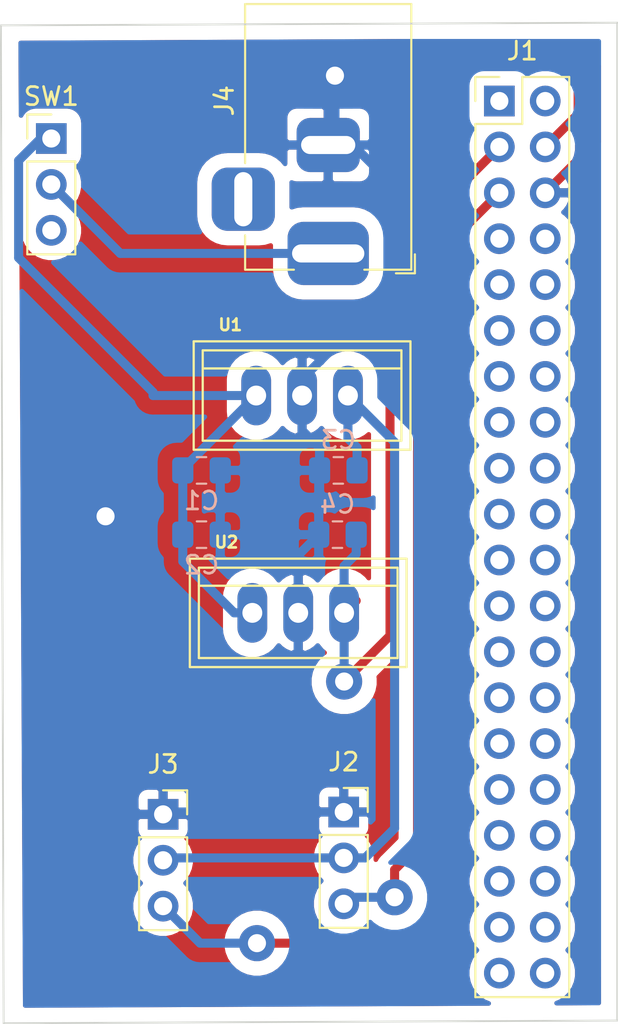
<source format=kicad_pcb>
(kicad_pcb (version 20171130) (host pcbnew "(5.1.9)-1")

  (general
    (thickness 1.6)
    (drawings 4)
    (tracks 85)
    (zones 0)
    (modules 11)
    (nets 46)
  )

  (page A4)
  (layers
    (0 F.Cu signal)
    (31 B.Cu signal)
    (32 B.Adhes user hide)
    (33 F.Adhes user hide)
    (34 B.Paste user hide)
    (35 F.Paste user hide)
    (36 B.SilkS user hide)
    (37 F.SilkS user hide)
    (38 B.Mask user)
    (39 F.Mask user)
    (40 Dwgs.User user hide)
    (41 Cmts.User user hide)
    (42 Eco1.User user hide)
    (43 Eco2.User user hide)
    (44 Edge.Cuts user)
    (45 Margin user hide)
    (46 B.CrtYd user hide)
    (47 F.CrtYd user hide)
    (48 B.Fab user hide)
    (49 F.Fab user hide)
  )

  (setup
    (last_trace_width 0.5)
    (user_trace_width 0.2)
    (user_trace_width 0.5)
    (trace_clearance 0.2)
    (zone_clearance 0.8)
    (zone_45_only no)
    (trace_min 0.2)
    (via_size 0.8)
    (via_drill 0.4)
    (via_min_size 0.4)
    (via_min_drill 0.3)
    (user_via 2 1)
    (uvia_size 0.3)
    (uvia_drill 0.1)
    (uvias_allowed no)
    (uvia_min_size 0.2)
    (uvia_min_drill 0.1)
    (edge_width 0.05)
    (segment_width 0.2)
    (pcb_text_width 0.3)
    (pcb_text_size 1.5 1.5)
    (mod_edge_width 0.12)
    (mod_text_size 1 1)
    (mod_text_width 0.15)
    (pad_size 1.524 1.524)
    (pad_drill 0.762)
    (pad_to_mask_clearance 0.25)
    (aux_axis_origin 0 0)
    (visible_elements 7FFFFFFF)
    (pcbplotparams
      (layerselection 0x010fc_ffffffff)
      (usegerberextensions false)
      (usegerberattributes true)
      (usegerberadvancedattributes true)
      (creategerberjobfile true)
      (excludeedgelayer true)
      (linewidth 0.100000)
      (plotframeref false)
      (viasonmask false)
      (mode 1)
      (useauxorigin false)
      (hpglpennumber 1)
      (hpglpenspeed 20)
      (hpglpendiameter 15.000000)
      (psnegative false)
      (psa4output false)
      (plotreference true)
      (plotvalue true)
      (plotinvisibletext false)
      (padsonsilk false)
      (subtractmaskfromsilk false)
      (outputformat 1)
      (mirror false)
      (drillshape 1)
      (scaleselection 1)
      (outputdirectory ""))
  )

  (net 0 "")
  (net 1 +12VA)
  (net 2 GND)
  (net 3 +5V)
  (net 4 +5VD)
  (net 5 "Net-(J1-Pad40)")
  (net 6 "Net-(J1-Pad39)")
  (net 7 "Net-(J1-Pad38)")
  (net 8 "Net-(J1-Pad37)")
  (net 9 "Net-(J1-Pad36)")
  (net 10 "Net-(J1-Pad35)")
  (net 11 "Net-(J1-Pad34)")
  (net 12 "Net-(J1-Pad33)")
  (net 13 "Net-(J1-Pad32)")
  (net 14 "Net-(J1-Pad31)")
  (net 15 "Net-(J1-Pad30)")
  (net 16 "Net-(J1-Pad29)")
  (net 17 "Net-(J1-Pad28)")
  (net 18 "Net-(J1-Pad27)")
  (net 19 "Net-(J1-Pad26)")
  (net 20 "Net-(J1-Pad25)")
  (net 21 "Net-(J1-Pad24)")
  (net 22 "Net-(J1-Pad23)")
  (net 23 "Net-(J1-Pad22)")
  (net 24 "Net-(J1-Pad21)")
  (net 25 "Net-(J1-Pad20)")
  (net 26 "Net-(J1-Pad19)")
  (net 27 "Net-(J1-Pad18)")
  (net 28 "Net-(J1-Pad17)")
  (net 29 "Net-(J1-Pad16)")
  (net 30 "Net-(J1-Pad15)")
  (net 31 "Net-(J1-Pad14)")
  (net 32 "Net-(J1-Pad13)")
  (net 33 "Net-(J1-Pad12)")
  (net 34 "Net-(J1-Pad11)")
  (net 35 "Net-(J1-Pad10)")
  (net 36 "Net-(J1-Pad9)")
  (net 37 "Net-(J1-Pad8)")
  (net 38 "Net-(J1-Pad7)")
  (net 39 /Signal_2)
  (net 40 /Signal_1)
  (net 41 "Net-(J1-Pad2)")
  (net 42 "Net-(J1-Pad1)")
  (net 43 "Net-(J4-Pad3)")
  (net 44 +12V)
  (net 45 "Net-(SW1-Pad3)")

  (net_class Default "This is the default net class."
    (clearance 0.2)
    (trace_width 0.25)
    (via_dia 0.8)
    (via_drill 0.4)
    (uvia_dia 0.3)
    (uvia_drill 0.1)
    (add_net +12V)
    (add_net +12VA)
    (add_net +5V)
    (add_net +5VD)
    (add_net /Signal_1)
    (add_net /Signal_2)
    (add_net GND)
    (add_net "Net-(J1-Pad1)")
    (add_net "Net-(J1-Pad10)")
    (add_net "Net-(J1-Pad11)")
    (add_net "Net-(J1-Pad12)")
    (add_net "Net-(J1-Pad13)")
    (add_net "Net-(J1-Pad14)")
    (add_net "Net-(J1-Pad15)")
    (add_net "Net-(J1-Pad16)")
    (add_net "Net-(J1-Pad17)")
    (add_net "Net-(J1-Pad18)")
    (add_net "Net-(J1-Pad19)")
    (add_net "Net-(J1-Pad2)")
    (add_net "Net-(J1-Pad20)")
    (add_net "Net-(J1-Pad21)")
    (add_net "Net-(J1-Pad22)")
    (add_net "Net-(J1-Pad23)")
    (add_net "Net-(J1-Pad24)")
    (add_net "Net-(J1-Pad25)")
    (add_net "Net-(J1-Pad26)")
    (add_net "Net-(J1-Pad27)")
    (add_net "Net-(J1-Pad28)")
    (add_net "Net-(J1-Pad29)")
    (add_net "Net-(J1-Pad30)")
    (add_net "Net-(J1-Pad31)")
    (add_net "Net-(J1-Pad32)")
    (add_net "Net-(J1-Pad33)")
    (add_net "Net-(J1-Pad34)")
    (add_net "Net-(J1-Pad35)")
    (add_net "Net-(J1-Pad36)")
    (add_net "Net-(J1-Pad37)")
    (add_net "Net-(J1-Pad38)")
    (add_net "Net-(J1-Pad39)")
    (add_net "Net-(J1-Pad40)")
    (add_net "Net-(J1-Pad7)")
    (add_net "Net-(J1-Pad8)")
    (add_net "Net-(J1-Pad9)")
    (add_net "Net-(J4-Pad3)")
    (add_net "Net-(SW1-Pad3)")
  )

  (module Capacitor_SMD:C_0805_2012Metric_Pad1.18x1.45mm_HandSolder (layer B.Cu) (tedit 5F68FEEF) (tstamp 64013B5B)
    (at 81.7665 94.996)
    (descr "Capacitor SMD 0805 (2012 Metric), square (rectangular) end terminal, IPC_7351 nominal with elongated pad for handsoldering. (Body size source: IPC-SM-782 page 76, https://www.pcb-3d.com/wordpress/wp-content/uploads/ipc-sm-782a_amendment_1_and_2.pdf, https://docs.google.com/spreadsheets/d/1BsfQQcO9C6DZCsRaXUlFlo91Tg2WpOkGARC1WS5S8t0/edit?usp=sharing), generated with kicad-footprint-generator")
    (tags "capacitor handsolder")
    (path /64006D66)
    (attr smd)
    (fp_text reference C1 (at 0 1.68) (layer B.SilkS)
      (effects (font (size 1 1) (thickness 0.15)) (justify mirror))
    )
    (fp_text value 0.33u (at 0 -1.68) (layer B.Fab)
      (effects (font (size 1 1) (thickness 0.15)) (justify mirror))
    )
    (fp_line (start 1.88 -0.98) (end -1.88 -0.98) (layer B.CrtYd) (width 0.05))
    (fp_line (start 1.88 0.98) (end 1.88 -0.98) (layer B.CrtYd) (width 0.05))
    (fp_line (start -1.88 0.98) (end 1.88 0.98) (layer B.CrtYd) (width 0.05))
    (fp_line (start -1.88 -0.98) (end -1.88 0.98) (layer B.CrtYd) (width 0.05))
    (fp_line (start -0.261252 -0.735) (end 0.261252 -0.735) (layer B.SilkS) (width 0.12))
    (fp_line (start -0.261252 0.735) (end 0.261252 0.735) (layer B.SilkS) (width 0.12))
    (fp_line (start 1 -0.625) (end -1 -0.625) (layer B.Fab) (width 0.1))
    (fp_line (start 1 0.625) (end 1 -0.625) (layer B.Fab) (width 0.1))
    (fp_line (start -1 0.625) (end 1 0.625) (layer B.Fab) (width 0.1))
    (fp_line (start -1 -0.625) (end -1 0.625) (layer B.Fab) (width 0.1))
    (fp_text user %R (at 0 0) (layer B.Fab)
      (effects (font (size 0.5 0.5) (thickness 0.08)) (justify mirror))
    )
    (pad 1 smd roundrect (at -1.0375 0) (size 1.175 1.45) (layers B.Cu B.Paste B.Mask) (roundrect_rratio 0.212766)
      (net 1 +12VA))
    (pad 2 smd roundrect (at 1.0375 0) (size 1.175 1.45) (layers B.Cu B.Paste B.Mask) (roundrect_rratio 0.212766)
      (net 2 GND))
    (model ${KISYS3DMOD}/Capacitor_SMD.3dshapes/C_0805_2012Metric.wrl
      (at (xyz 0 0 0))
      (scale (xyz 1 1 1))
      (rotate (xyz 0 0 0))
    )
  )

  (module L78S05CV:TO-220-STANDING (layer F.Cu) (tedit 63FFA049) (tstamp 64014117)
    (at 87.333501 90.853501)
    (path /63FFF5D9)
    (fp_text reference U1 (at -3.973285 -3.911601) (layer F.SilkS)
      (effects (font (size 0.640852 0.640852) (thickness 0.15)))
    )
    (fp_text value L7805 (at 0.09618 3.600248) (layer F.Fab)
      (effects (font (size 0.641184 0.641184) (thickness 0.15)))
    )
    (fp_line (start 6 -3) (end -6 -3) (layer F.SilkS) (width 0.127))
    (fp_line (start 6 3) (end 6 -3) (layer F.SilkS) (width 0.127))
    (fp_line (start -6 3) (end 6 3) (layer F.SilkS) (width 0.127))
    (fp_line (start -6 -3) (end -6 3) (layer F.SilkS) (width 0.127))
    (fp_line (start -5.5 -1.5) (end 5.5 -1.5) (layer F.SilkS) (width 0.127))
    (fp_line (start 5.5 -2.5) (end -5.5 -2.5) (layer F.SilkS) (width 0.127))
    (fp_line (start 5.5 -1.5) (end 5.5 -2.5) (layer F.SilkS) (width 0.127))
    (fp_line (start 5.5 2.5) (end 5.5 -1.5) (layer F.SilkS) (width 0.127))
    (fp_line (start -5.5 2.5) (end 5.5 2.5) (layer F.SilkS) (width 0.127))
    (fp_line (start -5.5 -1.5) (end -5.5 2.5) (layer F.SilkS) (width 0.127))
    (fp_line (start -5.5 -2.5) (end -5.5 -1.5) (layer F.SilkS) (width 0.127))
    (pad 1 thru_hole oval (at -2.54 0) (size 1.65 3.3) (drill 1.1) (layers *.Cu *.Mask)
      (net 1 +12VA))
    (pad 2 thru_hole oval (at 0 0) (size 1.65 3.3) (drill 1.1) (layers *.Cu *.Mask)
      (net 2 GND))
    (pad 3 thru_hole oval (at 2.54 0) (size 1.65 3.3) (drill 1.1) (layers *.Cu *.Mask)
      (net 3 +5V))
  )

  (module Capacitor_SMD:C_0805_2012Metric_Pad1.18x1.45mm_HandSolder (layer B.Cu) (tedit 5F68FEEF) (tstamp 64013B6C)
    (at 81.7665 98.552)
    (descr "Capacitor SMD 0805 (2012 Metric), square (rectangular) end terminal, IPC_7351 nominal with elongated pad for handsoldering. (Body size source: IPC-SM-782 page 76, https://www.pcb-3d.com/wordpress/wp-content/uploads/ipc-sm-782a_amendment_1_and_2.pdf, https://docs.google.com/spreadsheets/d/1BsfQQcO9C6DZCsRaXUlFlo91Tg2WpOkGARC1WS5S8t0/edit?usp=sharing), generated with kicad-footprint-generator")
    (tags "capacitor handsolder")
    (path /64010053)
    (attr smd)
    (fp_text reference C2 (at 0 1.68) (layer B.SilkS)
      (effects (font (size 1 1) (thickness 0.15)) (justify mirror))
    )
    (fp_text value 0.33u (at 0 -1.68) (layer B.Fab)
      (effects (font (size 1 1) (thickness 0.15)) (justify mirror))
    )
    (fp_line (start 1.88 -0.98) (end -1.88 -0.98) (layer B.CrtYd) (width 0.05))
    (fp_line (start 1.88 0.98) (end 1.88 -0.98) (layer B.CrtYd) (width 0.05))
    (fp_line (start -1.88 0.98) (end 1.88 0.98) (layer B.CrtYd) (width 0.05))
    (fp_line (start -1.88 -0.98) (end -1.88 0.98) (layer B.CrtYd) (width 0.05))
    (fp_line (start -0.261252 -0.735) (end 0.261252 -0.735) (layer B.SilkS) (width 0.12))
    (fp_line (start -0.261252 0.735) (end 0.261252 0.735) (layer B.SilkS) (width 0.12))
    (fp_line (start 1 -0.625) (end -1 -0.625) (layer B.Fab) (width 0.1))
    (fp_line (start 1 0.625) (end 1 -0.625) (layer B.Fab) (width 0.1))
    (fp_line (start -1 0.625) (end 1 0.625) (layer B.Fab) (width 0.1))
    (fp_line (start -1 -0.625) (end -1 0.625) (layer B.Fab) (width 0.1))
    (fp_text user %R (at 0 0) (layer B.Fab)
      (effects (font (size 0.5 0.5) (thickness 0.08)) (justify mirror))
    )
    (pad 1 smd roundrect (at -1.0375 0) (size 1.175 1.45) (layers B.Cu B.Paste B.Mask) (roundrect_rratio 0.212766)
      (net 1 +12VA))
    (pad 2 smd roundrect (at 1.0375 0) (size 1.175 1.45) (layers B.Cu B.Paste B.Mask) (roundrect_rratio 0.212766)
      (net 2 GND))
    (model ${KISYS3DMOD}/Capacitor_SMD.3dshapes/C_0805_2012Metric.wrl
      (at (xyz 0 0 0))
      (scale (xyz 1 1 1))
      (rotate (xyz 0 0 0))
    )
  )

  (module Capacitor_SMD:C_0805_2012Metric_Pad1.18x1.45mm_HandSolder (layer B.Cu) (tedit 5F68FEEF) (tstamp 64013B7D)
    (at 89.34 94.996 180)
    (descr "Capacitor SMD 0805 (2012 Metric), square (rectangular) end terminal, IPC_7351 nominal with elongated pad for handsoldering. (Body size source: IPC-SM-782 page 76, https://www.pcb-3d.com/wordpress/wp-content/uploads/ipc-sm-782a_amendment_1_and_2.pdf, https://docs.google.com/spreadsheets/d/1BsfQQcO9C6DZCsRaXUlFlo91Tg2WpOkGARC1WS5S8t0/edit?usp=sharing), generated with kicad-footprint-generator")
    (tags "capacitor handsolder")
    (path /64007325)
    (attr smd)
    (fp_text reference C3 (at 0 1.68) (layer B.SilkS)
      (effects (font (size 1 1) (thickness 0.15)) (justify mirror))
    )
    (fp_text value 0.1u (at 0 -1.68) (layer B.Fab)
      (effects (font (size 1 1) (thickness 0.15)) (justify mirror))
    )
    (fp_line (start -1 -0.625) (end -1 0.625) (layer B.Fab) (width 0.1))
    (fp_line (start -1 0.625) (end 1 0.625) (layer B.Fab) (width 0.1))
    (fp_line (start 1 0.625) (end 1 -0.625) (layer B.Fab) (width 0.1))
    (fp_line (start 1 -0.625) (end -1 -0.625) (layer B.Fab) (width 0.1))
    (fp_line (start -0.261252 0.735) (end 0.261252 0.735) (layer B.SilkS) (width 0.12))
    (fp_line (start -0.261252 -0.735) (end 0.261252 -0.735) (layer B.SilkS) (width 0.12))
    (fp_line (start -1.88 -0.98) (end -1.88 0.98) (layer B.CrtYd) (width 0.05))
    (fp_line (start -1.88 0.98) (end 1.88 0.98) (layer B.CrtYd) (width 0.05))
    (fp_line (start 1.88 0.98) (end 1.88 -0.98) (layer B.CrtYd) (width 0.05))
    (fp_line (start 1.88 -0.98) (end -1.88 -0.98) (layer B.CrtYd) (width 0.05))
    (fp_text user %R (at 0 0) (layer B.Fab)
      (effects (font (size 0.5 0.5) (thickness 0.08)) (justify mirror))
    )
    (pad 2 smd roundrect (at 1.0375 0 180) (size 1.175 1.45) (layers B.Cu B.Paste B.Mask) (roundrect_rratio 0.212766)
      (net 2 GND))
    (pad 1 smd roundrect (at -1.0375 0 180) (size 1.175 1.45) (layers B.Cu B.Paste B.Mask) (roundrect_rratio 0.212766)
      (net 3 +5V))
    (model ${KISYS3DMOD}/Capacitor_SMD.3dshapes/C_0805_2012Metric.wrl
      (at (xyz 0 0 0))
      (scale (xyz 1 1 1))
      (rotate (xyz 0 0 0))
    )
  )

  (module Capacitor_SMD:C_0805_2012Metric_Pad1.18x1.45mm_HandSolder (layer B.Cu) (tedit 5F68FEEF) (tstamp 64013B8E)
    (at 89.2925 98.552 180)
    (descr "Capacitor SMD 0805 (2012 Metric), square (rectangular) end terminal, IPC_7351 nominal with elongated pad for handsoldering. (Body size source: IPC-SM-782 page 76, https://www.pcb-3d.com/wordpress/wp-content/uploads/ipc-sm-782a_amendment_1_and_2.pdf, https://docs.google.com/spreadsheets/d/1BsfQQcO9C6DZCsRaXUlFlo91Tg2WpOkGARC1WS5S8t0/edit?usp=sharing), generated with kicad-footprint-generator")
    (tags "capacitor handsolder")
    (path /6401005D)
    (attr smd)
    (fp_text reference C4 (at 0 1.68) (layer B.SilkS)
      (effects (font (size 1 1) (thickness 0.15)) (justify mirror))
    )
    (fp_text value 0.1u (at 0 -1.68) (layer B.Fab)
      (effects (font (size 1 1) (thickness 0.15)) (justify mirror))
    )
    (fp_line (start -1 -0.625) (end -1 0.625) (layer B.Fab) (width 0.1))
    (fp_line (start -1 0.625) (end 1 0.625) (layer B.Fab) (width 0.1))
    (fp_line (start 1 0.625) (end 1 -0.625) (layer B.Fab) (width 0.1))
    (fp_line (start 1 -0.625) (end -1 -0.625) (layer B.Fab) (width 0.1))
    (fp_line (start -0.261252 0.735) (end 0.261252 0.735) (layer B.SilkS) (width 0.12))
    (fp_line (start -0.261252 -0.735) (end 0.261252 -0.735) (layer B.SilkS) (width 0.12))
    (fp_line (start -1.88 -0.98) (end -1.88 0.98) (layer B.CrtYd) (width 0.05))
    (fp_line (start -1.88 0.98) (end 1.88 0.98) (layer B.CrtYd) (width 0.05))
    (fp_line (start 1.88 0.98) (end 1.88 -0.98) (layer B.CrtYd) (width 0.05))
    (fp_line (start 1.88 -0.98) (end -1.88 -0.98) (layer B.CrtYd) (width 0.05))
    (fp_text user %R (at 0 0) (layer B.Fab)
      (effects (font (size 0.5 0.5) (thickness 0.08)) (justify mirror))
    )
    (pad 2 smd roundrect (at 1.0375 0 180) (size 1.175 1.45) (layers B.Cu B.Paste B.Mask) (roundrect_rratio 0.212766)
      (net 2 GND))
    (pad 1 smd roundrect (at -1.0375 0 180) (size 1.175 1.45) (layers B.Cu B.Paste B.Mask) (roundrect_rratio 0.212766)
      (net 4 +5VD))
    (model ${KISYS3DMOD}/Capacitor_SMD.3dshapes/C_0805_2012Metric.wrl
      (at (xyz 0 0 0))
      (scale (xyz 1 1 1))
      (rotate (xyz 0 0 0))
    )
  )

  (module 1x20_mirrored:PinSocket_2x20_P2.54mm_Vertical (layer F.Cu) (tedit 63FFA7CD) (tstamp 64013BCC)
    (at 98.255001 74.555001)
    (descr "Through hole straight socket strip, 2x20, 2.54mm pitch, double cols (from Kicad 4.0.7), script generated")
    (tags "Through hole socket strip THT 2x20 2.54mm double row")
    (path /64018309)
    (fp_text reference J1 (at 1.27 -2.77) (layer F.SilkS)
      (effects (font (size 1 1) (thickness 0.15)))
    )
    (fp_text value RPI3_Connector (at -1.27 51.03) (layer F.Fab)
      (effects (font (size 1 1) (thickness 0.15)))
    )
    (fp_line (start 4.34 50) (end 4.34 -1.8) (layer F.CrtYd) (width 0.05))
    (fp_line (start -1.76 50) (end 4.34 50) (layer F.CrtYd) (width 0.05))
    (fp_line (start -1.76 -1.8) (end -1.76 50) (layer F.CrtYd) (width 0.05))
    (fp_line (start 4.34 -1.8) (end -1.76 -1.8) (layer F.CrtYd) (width 0.05))
    (fp_line (start 0 -1.33) (end -1.33 -1.33) (layer F.SilkS) (width 0.12))
    (fp_line (start -1.33 -1.33) (end -1.33 0) (layer F.SilkS) (width 0.12))
    (fp_line (start 1.27 -1.33) (end 1.27 1.27) (layer F.SilkS) (width 0.12))
    (fp_line (start 1.27 1.27) (end -1.33 1.27) (layer F.SilkS) (width 0.12))
    (fp_line (start -1.33 1.27) (end -1.33 49.59) (layer F.SilkS) (width 0.12))
    (fp_line (start 3.87 49.59) (end -1.33 49.59) (layer F.SilkS) (width 0.12))
    (fp_line (start 3.87 -1.33) (end 3.87 49.59) (layer F.SilkS) (width 0.12))
    (fp_line (start 3.87 -1.33) (end 1.27 -1.33) (layer F.SilkS) (width 0.12))
    (fp_line (start 3.81 49.53) (end 3.81 -1.27) (layer F.Fab) (width 0.1))
    (fp_line (start -1.27 49.53) (end 3.81 49.53) (layer F.Fab) (width 0.1))
    (fp_line (start -1.27 -0.27) (end -1.27 49.53) (layer F.Fab) (width 0.1))
    (fp_line (start -0.27 -1.27) (end -1.27 -0.27) (layer F.Fab) (width 0.1))
    (fp_line (start 3.81 -1.27) (end -0.27 -1.27) (layer F.Fab) (width 0.1))
    (fp_text user %R (at 1.27 24.13 90) (layer F.Fab)
      (effects (font (size 1 1) (thickness 0.15)))
    )
    (pad 40 thru_hole oval (at 2.54 48.26) (size 1.7 1.7) (drill 1) (layers *.Cu *.Mask)
      (net 5 "Net-(J1-Pad40)"))
    (pad 39 thru_hole oval (at 0 48.26) (size 1.7 1.7) (drill 1) (layers *.Cu *.Mask)
      (net 6 "Net-(J1-Pad39)"))
    (pad 38 thru_hole oval (at 2.54 45.72) (size 1.7 1.7) (drill 1) (layers *.Cu *.Mask)
      (net 7 "Net-(J1-Pad38)"))
    (pad 37 thru_hole oval (at 0 45.72) (size 1.7 1.7) (drill 1) (layers *.Cu *.Mask)
      (net 8 "Net-(J1-Pad37)"))
    (pad 36 thru_hole oval (at 2.54 43.18) (size 1.7 1.7) (drill 1) (layers *.Cu *.Mask)
      (net 9 "Net-(J1-Pad36)"))
    (pad 35 thru_hole oval (at 0 43.18) (size 1.7 1.7) (drill 1) (layers *.Cu *.Mask)
      (net 10 "Net-(J1-Pad35)"))
    (pad 34 thru_hole oval (at 2.54 40.64) (size 1.7 1.7) (drill 1) (layers *.Cu *.Mask)
      (net 11 "Net-(J1-Pad34)"))
    (pad 33 thru_hole oval (at 0 40.64) (size 1.7 1.7) (drill 1) (layers *.Cu *.Mask)
      (net 12 "Net-(J1-Pad33)"))
    (pad 32 thru_hole oval (at 2.54 38.1) (size 1.7 1.7) (drill 1) (layers *.Cu *.Mask)
      (net 13 "Net-(J1-Pad32)"))
    (pad 31 thru_hole oval (at 0 38.1) (size 1.7 1.7) (drill 1) (layers *.Cu *.Mask)
      (net 14 "Net-(J1-Pad31)"))
    (pad 30 thru_hole oval (at 2.54 35.56) (size 1.7 1.7) (drill 1) (layers *.Cu *.Mask)
      (net 15 "Net-(J1-Pad30)"))
    (pad 29 thru_hole oval (at 0 35.56) (size 1.7 1.7) (drill 1) (layers *.Cu *.Mask)
      (net 16 "Net-(J1-Pad29)"))
    (pad 28 thru_hole oval (at 2.54 33.02) (size 1.7 1.7) (drill 1) (layers *.Cu *.Mask)
      (net 17 "Net-(J1-Pad28)"))
    (pad 27 thru_hole oval (at 0 33.02) (size 1.7 1.7) (drill 1) (layers *.Cu *.Mask)
      (net 18 "Net-(J1-Pad27)"))
    (pad 26 thru_hole oval (at 2.54 30.48) (size 1.7 1.7) (drill 1) (layers *.Cu *.Mask)
      (net 19 "Net-(J1-Pad26)"))
    (pad 25 thru_hole oval (at 0 30.48) (size 1.7 1.7) (drill 1) (layers *.Cu *.Mask)
      (net 20 "Net-(J1-Pad25)"))
    (pad 24 thru_hole oval (at 2.54 27.94) (size 1.7 1.7) (drill 1) (layers *.Cu *.Mask)
      (net 21 "Net-(J1-Pad24)"))
    (pad 23 thru_hole oval (at 0 27.94) (size 1.7 1.7) (drill 1) (layers *.Cu *.Mask)
      (net 22 "Net-(J1-Pad23)"))
    (pad 22 thru_hole oval (at 2.54 25.4) (size 1.7 1.7) (drill 1) (layers *.Cu *.Mask)
      (net 23 "Net-(J1-Pad22)"))
    (pad 21 thru_hole oval (at 0 25.4) (size 1.7 1.7) (drill 1) (layers *.Cu *.Mask)
      (net 24 "Net-(J1-Pad21)"))
    (pad 20 thru_hole oval (at 2.54 22.86) (size 1.7 1.7) (drill 1) (layers *.Cu *.Mask)
      (net 25 "Net-(J1-Pad20)"))
    (pad 19 thru_hole oval (at 0 22.86) (size 1.7 1.7) (drill 1) (layers *.Cu *.Mask)
      (net 26 "Net-(J1-Pad19)"))
    (pad 18 thru_hole oval (at 2.54 20.32) (size 1.7 1.7) (drill 1) (layers *.Cu *.Mask)
      (net 27 "Net-(J1-Pad18)"))
    (pad 17 thru_hole oval (at 0 20.32) (size 1.7 1.7) (drill 1) (layers *.Cu *.Mask)
      (net 28 "Net-(J1-Pad17)"))
    (pad 16 thru_hole oval (at 2.54 17.78) (size 1.7 1.7) (drill 1) (layers *.Cu *.Mask)
      (net 29 "Net-(J1-Pad16)"))
    (pad 15 thru_hole oval (at 0 17.78) (size 1.7 1.7) (drill 1) (layers *.Cu *.Mask)
      (net 30 "Net-(J1-Pad15)"))
    (pad 14 thru_hole oval (at 2.54 15.24) (size 1.7 1.7) (drill 1) (layers *.Cu *.Mask)
      (net 31 "Net-(J1-Pad14)"))
    (pad 13 thru_hole oval (at 0 15.24) (size 1.7 1.7) (drill 1) (layers *.Cu *.Mask)
      (net 32 "Net-(J1-Pad13)"))
    (pad 12 thru_hole oval (at 2.54 12.7) (size 1.7 1.7) (drill 1) (layers *.Cu *.Mask)
      (net 33 "Net-(J1-Pad12)"))
    (pad 11 thru_hole oval (at 0 12.7) (size 1.7 1.7) (drill 1) (layers *.Cu *.Mask)
      (net 34 "Net-(J1-Pad11)"))
    (pad 10 thru_hole oval (at 2.54 10.16) (size 1.7 1.7) (drill 1) (layers *.Cu *.Mask)
      (net 35 "Net-(J1-Pad10)"))
    (pad 9 thru_hole oval (at 0 10.16) (size 1.7 1.7) (drill 1) (layers *.Cu *.Mask)
      (net 36 "Net-(J1-Pad9)"))
    (pad 8 thru_hole oval (at 2.54 7.62) (size 1.7 1.7) (drill 1) (layers *.Cu *.Mask)
      (net 37 "Net-(J1-Pad8)"))
    (pad 7 thru_hole oval (at 0 7.62) (size 1.7 1.7) (drill 1) (layers *.Cu *.Mask)
      (net 38 "Net-(J1-Pad7)"))
    (pad 6 thru_hole oval (at 2.54 5.08) (size 1.7 1.7) (drill 1) (layers *.Cu *.Mask)
      (net 2 GND))
    (pad 5 thru_hole oval (at 0 5.08) (size 1.7 1.7) (drill 1) (layers *.Cu *.Mask)
      (net 39 /Signal_2))
    (pad 4 thru_hole oval (at 2.54 2.54) (size 1.7 1.7) (drill 1) (layers *.Cu *.Mask)
      (net 4 +5VD))
    (pad 3 thru_hole oval (at 0 2.54) (size 1.7 1.7) (drill 1) (layers *.Cu *.Mask)
      (net 40 /Signal_1))
    (pad 2 thru_hole oval (at 2.54 0) (size 1.7 1.7) (drill 1) (layers *.Cu *.Mask)
      (net 41 "Net-(J1-Pad2)"))
    (pad 1 thru_hole rect (at 0 0) (size 1.7 1.7) (drill 1) (layers *.Cu *.Mask)
      (net 42 "Net-(J1-Pad1)"))
    (model ${KISYS3DMOD}/Connector_PinSocket_2.54mm.3dshapes/PinSocket_2x20_P2.54mm_Vertical.wrl
      (at (xyz 0 0 0))
      (scale (xyz 1 1 1))
      (rotate (xyz 0 0 0))
    )
  )

  (module Connector_PinSocket_2.54mm:PinSocket_1x03_P2.54mm_Vertical (layer F.Cu) (tedit 5A19A429) (tstamp 64013BE3)
    (at 89.64 113.9)
    (descr "Through hole straight socket strip, 1x03, 2.54mm pitch, single row (from Kicad 4.0.7), script generated")
    (tags "Through hole socket strip THT 1x03 2.54mm single row")
    (path /63FF8A67)
    (fp_text reference J2 (at 0 -2.77) (layer F.SilkS)
      (effects (font (size 1 1) (thickness 0.15)))
    )
    (fp_text value Motor_1 (at 0 7.85) (layer F.Fab)
      (effects (font (size 1 1) (thickness 0.15)))
    )
    (fp_line (start -1.8 6.85) (end -1.8 -1.8) (layer F.CrtYd) (width 0.05))
    (fp_line (start 1.75 6.85) (end -1.8 6.85) (layer F.CrtYd) (width 0.05))
    (fp_line (start 1.75 -1.8) (end 1.75 6.85) (layer F.CrtYd) (width 0.05))
    (fp_line (start -1.8 -1.8) (end 1.75 -1.8) (layer F.CrtYd) (width 0.05))
    (fp_line (start 0 -1.33) (end 1.33 -1.33) (layer F.SilkS) (width 0.12))
    (fp_line (start 1.33 -1.33) (end 1.33 0) (layer F.SilkS) (width 0.12))
    (fp_line (start 1.33 1.27) (end 1.33 6.41) (layer F.SilkS) (width 0.12))
    (fp_line (start -1.33 6.41) (end 1.33 6.41) (layer F.SilkS) (width 0.12))
    (fp_line (start -1.33 1.27) (end -1.33 6.41) (layer F.SilkS) (width 0.12))
    (fp_line (start -1.33 1.27) (end 1.33 1.27) (layer F.SilkS) (width 0.12))
    (fp_line (start -1.27 6.35) (end -1.27 -1.27) (layer F.Fab) (width 0.1))
    (fp_line (start 1.27 6.35) (end -1.27 6.35) (layer F.Fab) (width 0.1))
    (fp_line (start 1.27 -0.635) (end 1.27 6.35) (layer F.Fab) (width 0.1))
    (fp_line (start 0.635 -1.27) (end 1.27 -0.635) (layer F.Fab) (width 0.1))
    (fp_line (start -1.27 -1.27) (end 0.635 -1.27) (layer F.Fab) (width 0.1))
    (fp_text user %R (at 0 2.54 90) (layer F.Fab)
      (effects (font (size 1 1) (thickness 0.15)))
    )
    (pad 1 thru_hole rect (at 0 0) (size 1.7 1.7) (drill 1) (layers *.Cu *.Mask)
      (net 2 GND))
    (pad 2 thru_hole oval (at 0 2.54) (size 1.7 1.7) (drill 1) (layers *.Cu *.Mask)
      (net 3 +5V))
    (pad 3 thru_hole oval (at 0 5.08) (size 1.7 1.7) (drill 1) (layers *.Cu *.Mask)
      (net 40 /Signal_1))
    (model ${KISYS3DMOD}/Connector_PinSocket_2.54mm.3dshapes/PinSocket_1x03_P2.54mm_Vertical.wrl
      (at (xyz 0 0 0))
      (scale (xyz 1 1 1))
      (rotate (xyz 0 0 0))
    )
  )

  (module Connector_PinSocket_2.54mm:PinSocket_1x03_P2.54mm_Vertical (layer F.Cu) (tedit 5A19A429) (tstamp 64013BFA)
    (at 79.64 114.03)
    (descr "Through hole straight socket strip, 1x03, 2.54mm pitch, single row (from Kicad 4.0.7), script generated")
    (tags "Through hole socket strip THT 1x03 2.54mm single row")
    (path /63FFC819)
    (fp_text reference J3 (at 0 -2.77) (layer F.SilkS)
      (effects (font (size 1 1) (thickness 0.15)))
    )
    (fp_text value Motor_2 (at 0 7.85) (layer F.Fab)
      (effects (font (size 1 1) (thickness 0.15)))
    )
    (fp_line (start -1.27 -1.27) (end 0.635 -1.27) (layer F.Fab) (width 0.1))
    (fp_line (start 0.635 -1.27) (end 1.27 -0.635) (layer F.Fab) (width 0.1))
    (fp_line (start 1.27 -0.635) (end 1.27 6.35) (layer F.Fab) (width 0.1))
    (fp_line (start 1.27 6.35) (end -1.27 6.35) (layer F.Fab) (width 0.1))
    (fp_line (start -1.27 6.35) (end -1.27 -1.27) (layer F.Fab) (width 0.1))
    (fp_line (start -1.33 1.27) (end 1.33 1.27) (layer F.SilkS) (width 0.12))
    (fp_line (start -1.33 1.27) (end -1.33 6.41) (layer F.SilkS) (width 0.12))
    (fp_line (start -1.33 6.41) (end 1.33 6.41) (layer F.SilkS) (width 0.12))
    (fp_line (start 1.33 1.27) (end 1.33 6.41) (layer F.SilkS) (width 0.12))
    (fp_line (start 1.33 -1.33) (end 1.33 0) (layer F.SilkS) (width 0.12))
    (fp_line (start 0 -1.33) (end 1.33 -1.33) (layer F.SilkS) (width 0.12))
    (fp_line (start -1.8 -1.8) (end 1.75 -1.8) (layer F.CrtYd) (width 0.05))
    (fp_line (start 1.75 -1.8) (end 1.75 6.85) (layer F.CrtYd) (width 0.05))
    (fp_line (start 1.75 6.85) (end -1.8 6.85) (layer F.CrtYd) (width 0.05))
    (fp_line (start -1.8 6.85) (end -1.8 -1.8) (layer F.CrtYd) (width 0.05))
    (fp_text user %R (at 0 2.54 90) (layer F.Fab)
      (effects (font (size 1 1) (thickness 0.15)))
    )
    (pad 3 thru_hole oval (at 0 5.08) (size 1.7 1.7) (drill 1) (layers *.Cu *.Mask)
      (net 39 /Signal_2))
    (pad 2 thru_hole oval (at 0 2.54) (size 1.7 1.7) (drill 1) (layers *.Cu *.Mask)
      (net 3 +5V))
    (pad 1 thru_hole rect (at 0 0) (size 1.7 1.7) (drill 1) (layers *.Cu *.Mask)
      (net 2 GND))
    (model ${KISYS3DMOD}/Connector_PinSocket_2.54mm.3dshapes/PinSocket_1x03_P2.54mm_Vertical.wrl
      (at (xyz 0 0 0))
      (scale (xyz 1 1 1))
      (rotate (xyz 0 0 0))
    )
  )

  (module 1x20_mirrored:BarrelJack_Horizontal (layer F.Cu) (tedit 6400DC14) (tstamp 64013C1D)
    (at 88.78 82.99 270)
    (descr "DC Barrel Jack")
    (tags "Power Jack")
    (path /6401ED36)
    (fp_text reference J4 (at -8.45 5.75 90) (layer F.SilkS)
      (effects (font (size 1 1) (thickness 0.15)))
    )
    (fp_text value 12V_connector (at -6.2 -5.5 90) (layer F.Fab)
      (effects (font (size 1 1) (thickness 0.15)))
    )
    (fp_line (start 0 -4.5) (end -13.7 -4.5) (layer F.Fab) (width 0.1))
    (fp_line (start 0.8 4.5) (end 0.8 -3.75) (layer F.Fab) (width 0.1))
    (fp_line (start -13.7 4.5) (end 0.8 4.5) (layer F.Fab) (width 0.1))
    (fp_line (start -13.7 -4.5) (end -13.7 4.5) (layer F.Fab) (width 0.1))
    (fp_line (start -10.2 -4.5) (end -10.2 4.5) (layer F.Fab) (width 0.1))
    (fp_line (start 0.9 -4.6) (end 0.9 -2) (layer F.SilkS) (width 0.12))
    (fp_line (start -13.8 -4.6) (end 0.9 -4.6) (layer F.SilkS) (width 0.12))
    (fp_line (start 0.9 4.6) (end -1 4.6) (layer F.SilkS) (width 0.12))
    (fp_line (start 0.9 1.9) (end 0.9 4.6) (layer F.SilkS) (width 0.12))
    (fp_line (start -13.8 4.6) (end -13.8 -4.6) (layer F.SilkS) (width 0.12))
    (fp_line (start -5 4.6) (end -13.8 4.6) (layer F.SilkS) (width 0.12))
    (fp_line (start -14 4.75) (end -14 -4.75) (layer F.CrtYd) (width 0.05))
    (fp_line (start -5 4.75) (end -14 4.75) (layer F.CrtYd) (width 0.05))
    (fp_line (start -5 6.75) (end -5 4.75) (layer F.CrtYd) (width 0.05))
    (fp_line (start -1 6.75) (end -5 6.75) (layer F.CrtYd) (width 0.05))
    (fp_line (start -1 4.75) (end -1 6.75) (layer F.CrtYd) (width 0.05))
    (fp_line (start 1 4.75) (end -1 4.75) (layer F.CrtYd) (width 0.05))
    (fp_line (start 1 2) (end 1 4.75) (layer F.CrtYd) (width 0.05))
    (fp_line (start 2 2) (end 1 2) (layer F.CrtYd) (width 0.05))
    (fp_line (start 2 -2) (end 2 2) (layer F.CrtYd) (width 0.05))
    (fp_line (start 1 -2) (end 2 -2) (layer F.CrtYd) (width 0.05))
    (fp_line (start 1 -4.5) (end 1 -2) (layer F.CrtYd) (width 0.05))
    (fp_line (start 1 -4.75) (end -14 -4.75) (layer F.CrtYd) (width 0.05))
    (fp_line (start 1 -4.5) (end 1 -4.75) (layer F.CrtYd) (width 0.05))
    (fp_line (start 0.05 -4.8) (end 1.1 -4.8) (layer F.SilkS) (width 0.12))
    (fp_line (start 1.1 -3.75) (end 1.1 -4.8) (layer F.SilkS) (width 0.12))
    (fp_line (start -0.003213 -4.505425) (end 0.8 -3.75) (layer F.Fab) (width 0.1))
    (fp_text user %R (at -3 -2.95 90) (layer F.Fab)
      (effects (font (size 1 1) (thickness 0.15)))
    )
    (pad 3 thru_hole roundrect (at -3 4.7 270) (size 3.5 3.5) (drill oval 3 1) (layers *.Cu *.Mask) (roundrect_rratio 0.25)
      (net 43 "Net-(J4-Pad3)"))
    (pad 2 thru_hole roundrect (at -6 0 270) (size 3 3.5) (drill oval 1 3) (layers *.Cu *.Mask) (roundrect_rratio 0.25)
      (net 2 GND))
    (pad 1 thru_hole roundrect (at 0 0 270) (size 3.5 4.5) (drill oval 1 4) (layers *.Cu *.Mask) (roundrect_rratio 0.25)
      (net 44 +12V))
    (model ${KISYS3DMOD}/Connector_BarrelJack.3dshapes/BarrelJack_Horizontal.wrl
      (at (xyz 0 0 0))
      (scale (xyz 1 1 1))
      (rotate (xyz 0 0 0))
    )
  )

  (module Connector_PinHeader_2.54mm:PinHeader_1x03_P2.54mm_Vertical (layer F.Cu) (tedit 59FED5CC) (tstamp 64013C34)
    (at 73.45 76.63)
    (descr "Through hole straight pin header, 1x03, 2.54mm pitch, single row")
    (tags "Through hole pin header THT 1x03 2.54mm single row")
    (path /6401D13D)
    (fp_text reference SW1 (at 0 -2.33) (layer F.SilkS)
      (effects (font (size 1 1) (thickness 0.15)))
    )
    (fp_text value "Power Switch" (at 0 7.41) (layer F.Fab)
      (effects (font (size 1 1) (thickness 0.15)))
    )
    (fp_line (start 1.8 -1.8) (end -1.8 -1.8) (layer F.CrtYd) (width 0.05))
    (fp_line (start 1.8 6.85) (end 1.8 -1.8) (layer F.CrtYd) (width 0.05))
    (fp_line (start -1.8 6.85) (end 1.8 6.85) (layer F.CrtYd) (width 0.05))
    (fp_line (start -1.8 -1.8) (end -1.8 6.85) (layer F.CrtYd) (width 0.05))
    (fp_line (start -1.33 -1.33) (end 0 -1.33) (layer F.SilkS) (width 0.12))
    (fp_line (start -1.33 0) (end -1.33 -1.33) (layer F.SilkS) (width 0.12))
    (fp_line (start -1.33 1.27) (end 1.33 1.27) (layer F.SilkS) (width 0.12))
    (fp_line (start 1.33 1.27) (end 1.33 6.41) (layer F.SilkS) (width 0.12))
    (fp_line (start -1.33 1.27) (end -1.33 6.41) (layer F.SilkS) (width 0.12))
    (fp_line (start -1.33 6.41) (end 1.33 6.41) (layer F.SilkS) (width 0.12))
    (fp_line (start -1.27 -0.635) (end -0.635 -1.27) (layer F.Fab) (width 0.1))
    (fp_line (start -1.27 6.35) (end -1.27 -0.635) (layer F.Fab) (width 0.1))
    (fp_line (start 1.27 6.35) (end -1.27 6.35) (layer F.Fab) (width 0.1))
    (fp_line (start 1.27 -1.27) (end 1.27 6.35) (layer F.Fab) (width 0.1))
    (fp_line (start -0.635 -1.27) (end 1.27 -1.27) (layer F.Fab) (width 0.1))
    (fp_text user %R (at 0 2.54 90) (layer F.Fab)
      (effects (font (size 1 1) (thickness 0.15)))
    )
    (pad 1 thru_hole rect (at 0 0) (size 1.7 1.7) (drill 1) (layers *.Cu *.Mask)
      (net 1 +12VA))
    (pad 2 thru_hole oval (at 0 2.54) (size 1.7 1.7) (drill 1) (layers *.Cu *.Mask)
      (net 44 +12V))
    (pad 3 thru_hole oval (at 0 5.08) (size 1.7 1.7) (drill 1) (layers *.Cu *.Mask)
      (net 45 "Net-(SW1-Pad3)"))
    (model ${KISYS3DMOD}/Connector_PinHeader_2.54mm.3dshapes/PinHeader_1x03_P2.54mm_Vertical.wrl
      (at (xyz 0 0 0))
      (scale (xyz 1 1 1))
      (rotate (xyz 0 0 0))
    )
  )

  (module L78S05CV:TO-220-STANDING (layer F.Cu) (tedit 63FFA049) (tstamp 64014129)
    (at 87.12 102.88)
    (path /6400FEFF)
    (fp_text reference U2 (at -3.973285 -3.911601) (layer F.SilkS)
      (effects (font (size 0.640852 0.640852) (thickness 0.15)))
    )
    (fp_text value L7805 (at 0.09618 3.600248) (layer F.Fab)
      (effects (font (size 0.641184 0.641184) (thickness 0.15)))
    )
    (fp_line (start -5.5 -2.5) (end -5.5 -1.5) (layer F.SilkS) (width 0.127))
    (fp_line (start -5.5 -1.5) (end -5.5 2.5) (layer F.SilkS) (width 0.127))
    (fp_line (start -5.5 2.5) (end 5.5 2.5) (layer F.SilkS) (width 0.127))
    (fp_line (start 5.5 2.5) (end 5.5 -1.5) (layer F.SilkS) (width 0.127))
    (fp_line (start 5.5 -1.5) (end 5.5 -2.5) (layer F.SilkS) (width 0.127))
    (fp_line (start 5.5 -2.5) (end -5.5 -2.5) (layer F.SilkS) (width 0.127))
    (fp_line (start -5.5 -1.5) (end 5.5 -1.5) (layer F.SilkS) (width 0.127))
    (fp_line (start -6 -3) (end -6 3) (layer F.SilkS) (width 0.127))
    (fp_line (start -6 3) (end 6 3) (layer F.SilkS) (width 0.127))
    (fp_line (start 6 3) (end 6 -3) (layer F.SilkS) (width 0.127))
    (fp_line (start 6 -3) (end -6 -3) (layer F.SilkS) (width 0.127))
    (pad 3 thru_hole oval (at 2.54 0) (size 1.65 3.3) (drill 1.1) (layers *.Cu *.Mask)
      (net 4 +5VD))
    (pad 2 thru_hole oval (at 0 0) (size 1.65 3.3) (drill 1.1) (layers *.Cu *.Mask)
      (net 2 GND))
    (pad 1 thru_hole oval (at -2.54 0) (size 1.65 3.3) (drill 1.1) (layers *.Cu *.Mask)
      (net 1 +12VA))
  )

  (gr_line (start 104.78 70.22) (end 104.78 125.44) (layer Edge.Cuts) (width 0.1))
  (gr_line (start 70.66 70.37) (end 104.78 70.22) (layer Edge.Cuts) (width 0.1))
  (gr_line (start 70.81 125.59) (end 70.66 70.37) (layer Edge.Cuts) (width 0.1))
  (gr_line (start 104.78 125.44) (end 70.81 125.59) (layer Edge.Cuts) (width 0.1))

  (segment (start 84.793501 90.853501) (end 79.083501 90.853501) (width 0.5) (layer B.Cu) (net 1))
  (segment (start 79.083501 90.673501) (end 71.64 83.23) (width 0.5) (layer B.Cu) (net 1))
  (segment (start 79.083501 90.853501) (end 79.083501 90.673501) (width 0.5) (layer B.Cu) (net 1))
  (segment (start 71.64 83.23) (end 71.64 77.85) (width 0.5) (layer B.Cu) (net 1))
  (segment (start 72.86 76.63) (end 73.45 76.63) (width 0.5) (layer B.Cu) (net 1))
  (segment (start 71.64 77.85) (end 72.86 76.63) (width 0.5) (layer B.Cu) (net 1))
  (segment (start 80.729 94.918002) (end 84.793501 90.853501) (width 0.5) (layer B.Cu) (net 1))
  (segment (start 80.729 94.996) (end 80.729 94.918002) (width 0.5) (layer B.Cu) (net 1))
  (segment (start 80.729 94.996) (end 80.729 98.552) (width 0.5) (layer B.Cu) (net 1))
  (segment (start 84.58 102.88) (end 83.576 102.88) (width 0.5) (layer B.Cu) (net 1))
  (segment (start 80.729 100.033) (end 80.729 98.552) (width 0.5) (layer B.Cu) (net 1))
  (segment (start 83.576 102.88) (end 80.729 100.033) (width 0.5) (layer B.Cu) (net 1))
  (segment (start 92.92 84.35) (end 87.333501 89.936499) (width 0.5) (layer B.Cu) (net 2))
  (segment (start 87.333501 89.936499) (end 87.333501 90.853501) (width 0.5) (layer B.Cu) (net 2))
  (segment (start 92.92 79.76) (end 92.92 84.35) (width 0.5) (layer B.Cu) (net 2))
  (segment (start 90.15 76.99) (end 92.92 79.76) (width 0.5) (layer B.Cu) (net 2))
  (segment (start 88.78 76.99) (end 90.15 76.99) (width 0.5) (layer B.Cu) (net 2))
  (segment (start 88.2825 95.34) (end 88.3025 95.32) (width 0.5) (layer B.Cu) (net 2))
  (segment (start 88.255 95.3675) (end 88.3025 95.32) (width 0.5) (layer B.Cu) (net 2))
  (segment (start 88.255 97.62) (end 88.255 95.3675) (width 0.5) (layer B.Cu) (net 2))
  (segment (start 88.3025 95.32) (end 88.3025 93.7525) (width 0.5) (layer B.Cu) (net 2))
  (segment (start 87.333501 92.783501) (end 87.333501 90.853501) (width 0.5) (layer B.Cu) (net 2))
  (segment (start 88.3025 93.7525) (end 87.333501 92.783501) (width 0.5) (layer B.Cu) (net 2))
  (segment (start 79.77 113.9) (end 79.64 114.03) (width 0.5) (layer B.Cu) (net 2))
  (segment (start 89.64 113.9) (end 79.77 113.9) (width 0.5) (layer B.Cu) (net 2))
  (segment (start 89.64 113.9) (end 89.64 109.76) (width 0.5) (layer B.Cu) (net 2))
  (segment (start 87.12 107.24) (end 87.12 102.88) (width 0.5) (layer B.Cu) (net 2))
  (segment (start 89.64 109.76) (end 87.12 107.24) (width 0.5) (layer B.Cu) (net 2))
  (segment (start 88.3025 94.996) (end 82.804 94.996) (width 0.5) (layer B.Cu) (net 2))
  (segment (start 82.804 98.552) (end 82.804 94.996) (width 0.5) (layer B.Cu) (net 2))
  (segment (start 82.804 98.552) (end 88.255 98.552) (width 0.5) (layer B.Cu) (net 2))
  (segment (start 87.12 99.687) (end 88.255 98.552) (width 0.5) (layer B.Cu) (net 2))
  (segment (start 87.12 102.88) (end 87.12 99.687) (width 0.5) (layer B.Cu) (net 2))
  (segment (start 100.795001 79.635001) (end 103.632 76.798002) (width 0.5) (layer F.Cu) (net 2))
  (segment (start 103.632 76.798002) (end 103.632 72.644) (width 0.5) (layer F.Cu) (net 2))
  (segment (start 103.632 72.644) (end 102.616 71.628) (width 0.5) (layer F.Cu) (net 2))
  (via (at 89.154 73.152) (size 2) (drill 1) (layers F.Cu B.Cu) (net 2))
  (segment (start 90.678 71.628) (end 89.154 73.152) (width 0.5) (layer F.Cu) (net 2))
  (segment (start 102.616 71.628) (end 90.678 71.628) (width 0.5) (layer F.Cu) (net 2))
  (segment (start 89.154 76.616) (end 88.78 76.99) (width 0.5) (layer B.Cu) (net 2))
  (segment (start 89.154 73.152) (end 89.154 76.616) (width 0.5) (layer B.Cu) (net 2))
  (via (at 76.454 97.536) (size 2) (drill 1) (layers F.Cu B.Cu) (net 2))
  (segment (start 79.94 116.46) (end 79.83 116.57) (width 0.5) (layer F.Cu) (net 3))
  (segment (start 90.3775 91.3575) (end 89.873501 90.853501) (width 0.5) (layer F.Cu) (net 3))
  (segment (start 89.873501 90.853501) (end 89.873501 93.223501) (width 0.5) (layer B.Cu) (net 3))
  (segment (start 90.3775 93.7275) (end 90.3775 95.32) (width 0.5) (layer B.Cu) (net 3))
  (segment (start 89.873501 93.223501) (end 90.3775 93.7275) (width 0.5) (layer B.Cu) (net 3))
  (segment (start 79.77 116.44) (end 79.64 116.57) (width 0.5) (layer B.Cu) (net 3))
  (segment (start 89.64 116.44) (end 79.77 116.44) (width 0.5) (layer B.Cu) (net 3))
  (segment (start 89.64 116.44) (end 90.824 116.44) (width 0.5) (layer B.Cu) (net 3))
  (segment (start 90.824 116.44) (end 92.456 114.808) (width 0.5) (layer B.Cu) (net 3))
  (segment (start 92.456 93.436) (end 89.873501 90.853501) (width 0.5) (layer B.Cu) (net 3))
  (segment (start 92.456 114.808) (end 92.456 93.436) (width 0.5) (layer B.Cu) (net 3))
  (segment (start 90.33 102.21) (end 89.66 102.88) (width 0.5) (layer F.Cu) (net 4))
  (segment (start 89.66 100.29) (end 89.66 102.88) (width 0.5) (layer B.Cu) (net 4))
  (segment (start 90.33 99.62) (end 89.66 100.29) (width 0.5) (layer B.Cu) (net 4))
  (segment (start 90.33 99.62) (end 90.33 98.552) (width 0.5) (layer B.Cu) (net 4))
  (segment (start 100.795001 77.095001) (end 102.616 75.274002) (width 0.5) (layer F.Cu) (net 4))
  (segment (start 102.616 75.274002) (end 102.616 73.66) (width 0.5) (layer F.Cu) (net 4))
  (segment (start 102.616 73.66) (end 101.6 72.644) (width 0.5) (layer F.Cu) (net 4))
  (segment (start 101.6 72.644) (end 94.488 72.644) (width 0.5) (layer F.Cu) (net 4))
  (segment (start 94.488 72.644) (end 92.202 74.93) (width 0.5) (layer F.Cu) (net 4))
  (via (at 89.662 106.68) (size 2) (drill 1) (layers F.Cu B.Cu) (net 4))
  (segment (start 92.202 104.14) (end 89.662 106.68) (width 0.5) (layer F.Cu) (net 4))
  (segment (start 92.202 74.93) (end 92.202 104.14) (width 0.5) (layer F.Cu) (net 4))
  (segment (start 89.662 102.882) (end 89.66 102.88) (width 0.5) (layer B.Cu) (net 4))
  (segment (start 89.662 106.68) (end 89.662 102.882) (width 0.5) (layer B.Cu) (net 4))
  (segment (start 98.255001 79.635001) (end 95.504 82.386002) (width 0.5) (layer F.Cu) (net 39))
  (segment (start 95.504 103.124) (end 94.996 103.632) (width 0.5) (layer F.Cu) (net 39))
  (segment (start 95.504 82.386002) (end 95.504 103.124) (width 0.5) (layer F.Cu) (net 39))
  (segment (start 94.996 103.632) (end 94.996 119.126) (width 0.5) (layer F.Cu) (net 39))
  (via (at 84.836 121.158) (size 2) (drill 1) (layers F.Cu B.Cu) (net 39))
  (segment (start 92.964 121.158) (end 84.836 121.158) (width 0.5) (layer F.Cu) (net 39))
  (segment (start 94.996 119.126) (end 92.964 121.158) (width 0.5) (layer F.Cu) (net 39))
  (segment (start 81.688 121.158) (end 79.64 119.11) (width 0.5) (layer B.Cu) (net 39))
  (segment (start 84.836 121.158) (end 81.688 121.158) (width 0.5) (layer B.Cu) (net 39))
  (segment (start 98.255001 77.095001) (end 93.726 81.624002) (width 0.5) (layer F.Cu) (net 40))
  (segment (start 93.726 81.624002) (end 93.726 115.824) (width 0.5) (layer F.Cu) (net 40))
  (via (at 92.456 118.618) (size 2) (drill 1) (layers F.Cu B.Cu) (net 40))
  (segment (start 92.456 117.094) (end 92.456 118.618) (width 0.5) (layer F.Cu) (net 40))
  (segment (start 93.726 115.824) (end 92.456 117.094) (width 0.5) (layer F.Cu) (net 40))
  (segment (start 90.002 118.618) (end 89.64 118.98) (width 0.5) (layer B.Cu) (net 40))
  (segment (start 92.456 118.618) (end 90.002 118.618) (width 0.5) (layer B.Cu) (net 40))
  (segment (start 88.78 82.99) (end 77.27 82.99) (width 0.5) (layer B.Cu) (net 44))
  (segment (start 77.27 82.99) (end 73.45 79.17) (width 0.5) (layer B.Cu) (net 44))

  (zone (net 2) (net_name GND) (layer F.Cu) (tstamp 0) (hatch edge 0.508)
    (connect_pads (clearance 0.8))
    (min_thickness 0.254)
    (fill yes (arc_segments 32) (thermal_gap 0.508) (thermal_bridge_width 0.508))
    (polygon
      (pts
        (xy 103.886 124.714) (xy 71.882 124.968) (xy 71.628 71.374) (xy 71.628 71.12) (xy 103.632 71.12)
      )
    )
    (filled_polygon
      (pts
        (xy 103.513426 72.898202) (xy 103.452291 72.823709) (xy 103.407382 72.786853) (xy 102.473151 71.852623) (xy 102.436291 71.807709)
        (xy 102.25707 71.660626) (xy 102.052597 71.551333) (xy 101.830732 71.484031) (xy 101.657812 71.467) (xy 101.6 71.461306)
        (xy 101.542188 71.467) (xy 94.545801 71.467) (xy 94.487999 71.461307) (xy 94.430197 71.467) (xy 94.430188 71.467)
        (xy 94.257268 71.484031) (xy 94.035403 71.551333) (xy 93.83093 71.660626) (xy 93.651709 71.807709) (xy 93.614853 71.852618)
        (xy 91.410623 74.056849) (xy 91.365709 74.093709) (xy 91.218626 74.272931) (xy 91.109333 74.477404) (xy 91.058987 74.643374)
        (xy 91.042031 74.699269) (xy 91.019306 74.93) (xy 91.025 74.987812) (xy 91.025 75.092204) (xy 90.981185 75.038815)
        (xy 90.884494 74.959463) (xy 90.77418 74.900498) (xy 90.654482 74.864188) (xy 90.53 74.851928) (xy 89.06575 74.855)
        (xy 88.907 75.01375) (xy 88.907 76.863) (xy 88.927 76.863) (xy 88.927 77.117) (xy 88.907 77.117)
        (xy 88.907 78.96625) (xy 89.06575 79.125) (xy 90.53 79.128072) (xy 90.654482 79.115812) (xy 90.77418 79.079502)
        (xy 90.884494 79.020537) (xy 90.981185 78.941185) (xy 91.025 78.887796) (xy 91.025 80.541536) (xy 90.846312 80.446025)
        (xy 90.507428 80.343226) (xy 90.155 80.308515) (xy 87.405 80.308515) (xy 87.052572 80.343226) (xy 86.761485 80.431526)
        (xy 86.761485 79.115) (xy 86.756442 79.063799) (xy 86.78582 79.079502) (xy 86.905518 79.115812) (xy 87.03 79.128072)
        (xy 88.49425 79.125) (xy 88.653 78.96625) (xy 88.653 77.117) (xy 86.55375 77.117) (xy 86.395 77.27575)
        (xy 86.393083 78.033443) (xy 86.232378 77.837622) (xy 85.958629 77.612963) (xy 85.646312 77.446025) (xy 85.307428 77.343226)
        (xy 84.955 77.308515) (xy 83.205 77.308515) (xy 82.852572 77.343226) (xy 82.513688 77.446025) (xy 82.201371 77.612963)
        (xy 81.927622 77.837622) (xy 81.702963 78.111371) (xy 81.536025 78.423688) (xy 81.433226 78.762572) (xy 81.398515 79.115)
        (xy 81.398515 80.865) (xy 81.433226 81.217428) (xy 81.536025 81.556312) (xy 81.702963 81.868629) (xy 81.927622 82.142378)
        (xy 82.201371 82.367037) (xy 82.513688 82.533975) (xy 82.852572 82.636774) (xy 83.205 82.671485) (xy 84.955 82.671485)
        (xy 85.307428 82.636774) (xy 85.598515 82.548474) (xy 85.598515 83.865) (xy 85.633226 84.217428) (xy 85.736025 84.556312)
        (xy 85.902963 84.868629) (xy 86.127622 85.142378) (xy 86.401371 85.367037) (xy 86.713688 85.533975) (xy 87.052572 85.636774)
        (xy 87.405 85.671485) (xy 90.155 85.671485) (xy 90.507428 85.636774) (xy 90.846312 85.533975) (xy 91.025 85.438463)
        (xy 91.025 88.707049) (xy 90.851569 88.564718) (xy 90.547205 88.402032) (xy 90.216952 88.301851) (xy 89.873501 88.268024)
        (xy 89.530049 88.301851) (xy 89.199796 88.402032) (xy 88.895432 88.564718) (xy 88.628656 88.783656) (xy 88.413012 89.04642)
        (xy 88.276074 88.906322) (xy 88.039036 88.743997) (xy 87.774885 88.631035) (xy 87.686466 88.611809) (xy 87.460501 88.733463)
        (xy 87.460501 90.726501) (xy 87.480501 90.726501) (xy 87.480501 90.980501) (xy 87.460501 90.980501) (xy 87.460501 92.973539)
        (xy 87.686466 93.095193) (xy 87.774885 93.075967) (xy 88.039036 92.963005) (xy 88.276074 92.80068) (xy 88.413012 92.660582)
        (xy 88.628657 92.923346) (xy 88.895433 93.142284) (xy 89.199797 93.30497) (xy 89.53005 93.405151) (xy 89.873501 93.438978)
        (xy 90.216953 93.405151) (xy 90.547206 93.30497) (xy 90.85157 93.142284) (xy 91.025001 92.999953) (xy 91.025001 100.956565)
        (xy 90.904845 100.810155) (xy 90.638068 100.591217) (xy 90.333704 100.428531) (xy 90.003451 100.32835) (xy 89.66 100.294523)
        (xy 89.316548 100.32835) (xy 88.986295 100.428531) (xy 88.681931 100.591217) (xy 88.415155 100.810155) (xy 88.199511 101.072919)
        (xy 88.062573 100.932821) (xy 87.825535 100.770496) (xy 87.561384 100.657534) (xy 87.472965 100.638308) (xy 87.247 100.759962)
        (xy 87.247 102.753) (xy 87.267 102.753) (xy 87.267 103.007) (xy 87.247 103.007) (xy 87.247 105.000038)
        (xy 87.472965 105.121692) (xy 87.561384 105.102466) (xy 87.825535 104.989504) (xy 88.062573 104.827179) (xy 88.199511 104.687081)
        (xy 88.415156 104.949845) (xy 88.580172 105.085271) (xy 88.433609 105.183201) (xy 88.165201 105.451609) (xy 87.954315 105.767223)
        (xy 87.809053 106.117915) (xy 87.735 106.490207) (xy 87.735 106.869793) (xy 87.809053 107.242085) (xy 87.954315 107.592777)
        (xy 88.165201 107.908391) (xy 88.433609 108.176799) (xy 88.749223 108.387685) (xy 89.099915 108.532947) (xy 89.472207 108.607)
        (xy 89.851793 108.607) (xy 90.224085 108.532947) (xy 90.574777 108.387685) (xy 90.890391 108.176799) (xy 91.158799 107.908391)
        (xy 91.369685 107.592777) (xy 91.514947 107.242085) (xy 91.589 106.869793) (xy 91.589 106.490207) (xy 91.576942 106.429587)
        (xy 92.549001 105.457528) (xy 92.549001 115.33647) (xy 91.664623 116.220849) (xy 91.619709 116.257709) (xy 91.472626 116.436931)
        (xy 91.417 116.541) (xy 91.417 116.264981) (xy 91.348711 115.921668) (xy 91.214757 115.598275) (xy 91.020286 115.307229)
        (xy 90.926387 115.21333) (xy 90.941185 115.201185) (xy 91.020537 115.104494) (xy 91.079502 114.99418) (xy 91.115812 114.874482)
        (xy 91.128072 114.75) (xy 91.125 114.18575) (xy 90.96625 114.027) (xy 89.767 114.027) (xy 89.767 114.047)
        (xy 89.513 114.047) (xy 89.513 114.027) (xy 88.31375 114.027) (xy 88.155 114.18575) (xy 88.151928 114.75)
        (xy 88.164188 114.874482) (xy 88.200498 114.99418) (xy 88.259463 115.104494) (xy 88.338815 115.201185) (xy 88.353613 115.21333)
        (xy 88.259714 115.307229) (xy 88.065243 115.598275) (xy 87.931289 115.921668) (xy 87.863 116.264981) (xy 87.863 116.615019)
        (xy 87.931289 116.958332) (xy 88.065243 117.281725) (xy 88.259714 117.572771) (xy 88.396943 117.71) (xy 88.259714 117.847229)
        (xy 88.065243 118.138275) (xy 87.931289 118.461668) (xy 87.863 118.804981) (xy 87.863 119.155019) (xy 87.931289 119.498332)
        (xy 88.065243 119.821725) (xy 88.171667 119.981) (xy 86.367137 119.981) (xy 86.332799 119.929609) (xy 86.064391 119.661201)
        (xy 85.748777 119.450315) (xy 85.398085 119.305053) (xy 85.025793 119.231) (xy 84.646207 119.231) (xy 84.273915 119.305053)
        (xy 83.923223 119.450315) (xy 83.607609 119.661201) (xy 83.339201 119.929609) (xy 83.128315 120.245223) (xy 82.983053 120.595915)
        (xy 82.909 120.968207) (xy 82.909 121.347793) (xy 82.983053 121.720085) (xy 83.128315 122.070777) (xy 83.339201 122.386391)
        (xy 83.607609 122.654799) (xy 83.923223 122.865685) (xy 84.273915 123.010947) (xy 84.646207 123.085) (xy 85.025793 123.085)
        (xy 85.398085 123.010947) (xy 85.748777 122.865685) (xy 86.064391 122.654799) (xy 86.332799 122.386391) (xy 86.367137 122.335)
        (xy 92.906188 122.335) (xy 92.964 122.340694) (xy 93.021812 122.335) (xy 93.194732 122.317969) (xy 93.416597 122.250667)
        (xy 93.62107 122.141374) (xy 93.800291 121.994291) (xy 93.837151 121.949377) (xy 95.787382 119.999147) (xy 95.832291 119.962291)
        (xy 95.979374 119.78307) (xy 96.088667 119.578597) (xy 96.155969 119.356732) (xy 96.178694 119.126) (xy 96.173 119.068188)
        (xy 96.173 104.119528) (xy 96.295377 103.997151) (xy 96.340291 103.960291) (xy 96.487374 103.78107) (xy 96.596667 103.576597)
        (xy 96.663969 103.354732) (xy 96.668528 103.308442) (xy 96.680244 103.336726) (xy 96.874715 103.627772) (xy 97.011944 103.765001)
        (xy 96.874715 103.90223) (xy 96.680244 104.193276) (xy 96.54629 104.516669) (xy 96.478001 104.859982) (xy 96.478001 105.21002)
        (xy 96.54629 105.553333) (xy 96.680244 105.876726) (xy 96.874715 106.167772) (xy 97.011944 106.305001) (xy 96.874715 106.44223)
        (xy 96.680244 106.733276) (xy 96.54629 107.056669) (xy 96.478001 107.399982) (xy 96.478001 107.75002) (xy 96.54629 108.093333)
        (xy 96.680244 108.416726) (xy 96.874715 108.707772) (xy 97.011944 108.845001) (xy 96.874715 108.98223) (xy 96.680244 109.273276)
        (xy 96.54629 109.596669) (xy 96.478001 109.939982) (xy 96.478001 110.29002) (xy 96.54629 110.633333) (xy 96.680244 110.956726)
        (xy 96.874715 111.247772) (xy 97.011944 111.385001) (xy 96.874715 111.52223) (xy 96.680244 111.813276) (xy 96.54629 112.136669)
        (xy 96.478001 112.479982) (xy 96.478001 112.83002) (xy 96.54629 113.173333) (xy 96.680244 113.496726) (xy 96.874715 113.787772)
        (xy 97.011944 113.925001) (xy 96.874715 114.06223) (xy 96.680244 114.353276) (xy 96.54629 114.676669) (xy 96.478001 115.019982)
        (xy 96.478001 115.37002) (xy 96.54629 115.713333) (xy 96.680244 116.036726) (xy 96.874715 116.327772) (xy 97.011944 116.465001)
        (xy 96.874715 116.60223) (xy 96.680244 116.893276) (xy 96.54629 117.216669) (xy 96.478001 117.559982) (xy 96.478001 117.91002)
        (xy 96.54629 118.253333) (xy 96.680244 118.576726) (xy 96.874715 118.867772) (xy 97.011944 119.005001) (xy 96.874715 119.14223)
        (xy 96.680244 119.433276) (xy 96.54629 119.756669) (xy 96.478001 120.099982) (xy 96.478001 120.45002) (xy 96.54629 120.793333)
        (xy 96.680244 121.116726) (xy 96.874715 121.407772) (xy 97.011944 121.545001) (xy 96.874715 121.68223) (xy 96.680244 121.973276)
        (xy 96.54629 122.296669) (xy 96.478001 122.639982) (xy 96.478001 122.99002) (xy 96.54629 123.333333) (xy 96.680244 123.656726)
        (xy 96.874715 123.947772) (xy 97.12223 124.195287) (xy 97.413276 124.389758) (xy 97.665914 124.494404) (xy 72.007294 124.607704)
        (xy 71.968372 116.394981) (xy 77.863 116.394981) (xy 77.863 116.745019) (xy 77.931289 117.088332) (xy 78.065243 117.411725)
        (xy 78.259714 117.702771) (xy 78.396943 117.84) (xy 78.259714 117.977229) (xy 78.065243 118.268275) (xy 77.931289 118.591668)
        (xy 77.863 118.934981) (xy 77.863 119.285019) (xy 77.931289 119.628332) (xy 78.065243 119.951725) (xy 78.259714 120.242771)
        (xy 78.507229 120.490286) (xy 78.798275 120.684757) (xy 79.121668 120.818711) (xy 79.464981 120.887) (xy 79.815019 120.887)
        (xy 80.158332 120.818711) (xy 80.481725 120.684757) (xy 80.772771 120.490286) (xy 81.020286 120.242771) (xy 81.214757 119.951725)
        (xy 81.348711 119.628332) (xy 81.417 119.285019) (xy 81.417 118.934981) (xy 81.348711 118.591668) (xy 81.214757 118.268275)
        (xy 81.020286 117.977229) (xy 80.883057 117.84) (xy 81.020286 117.702771) (xy 81.214757 117.411725) (xy 81.348711 117.088332)
        (xy 81.417 116.745019) (xy 81.417 116.394981) (xy 81.348711 116.051668) (xy 81.214757 115.728275) (xy 81.020286 115.437229)
        (xy 80.926387 115.34333) (xy 80.941185 115.331185) (xy 81.020537 115.234494) (xy 81.079502 115.12418) (xy 81.115812 115.004482)
        (xy 81.128072 114.88) (xy 81.125 114.31575) (xy 80.96625 114.157) (xy 79.767 114.157) (xy 79.767 114.177)
        (xy 79.513 114.177) (xy 79.513 114.157) (xy 78.31375 114.157) (xy 78.155 114.31575) (xy 78.151928 114.88)
        (xy 78.164188 115.004482) (xy 78.200498 115.12418) (xy 78.259463 115.234494) (xy 78.338815 115.331185) (xy 78.353613 115.34333)
        (xy 78.259714 115.437229) (xy 78.065243 115.728275) (xy 77.931289 116.051668) (xy 77.863 116.394981) (xy 71.968372 116.394981)
        (xy 71.953136 113.18) (xy 78.151928 113.18) (xy 78.155 113.74425) (xy 78.31375 113.903) (xy 79.513 113.903)
        (xy 79.513 112.70375) (xy 79.767 112.70375) (xy 79.767 113.903) (xy 80.96625 113.903) (xy 81.125 113.74425)
        (xy 81.128072 113.18) (xy 81.115812 113.055518) (xy 81.114139 113.05) (xy 88.151928 113.05) (xy 88.155 113.61425)
        (xy 88.31375 113.773) (xy 89.513 113.773) (xy 89.513 112.57375) (xy 89.767 112.57375) (xy 89.767 113.773)
        (xy 90.96625 113.773) (xy 91.125 113.61425) (xy 91.128072 113.05) (xy 91.115812 112.925518) (xy 91.079502 112.80582)
        (xy 91.020537 112.695506) (xy 90.941185 112.598815) (xy 90.844494 112.519463) (xy 90.73418 112.460498) (xy 90.614482 112.424188)
        (xy 90.49 112.411928) (xy 89.92575 112.415) (xy 89.767 112.57375) (xy 89.513 112.57375) (xy 89.35425 112.415)
        (xy 88.79 112.411928) (xy 88.665518 112.424188) (xy 88.54582 112.460498) (xy 88.435506 112.519463) (xy 88.338815 112.598815)
        (xy 88.259463 112.695506) (xy 88.200498 112.80582) (xy 88.164188 112.925518) (xy 88.151928 113.05) (xy 81.114139 113.05)
        (xy 81.079502 112.93582) (xy 81.020537 112.825506) (xy 80.941185 112.728815) (xy 80.844494 112.649463) (xy 80.73418 112.590498)
        (xy 80.614482 112.554188) (xy 80.49 112.541928) (xy 79.92575 112.545) (xy 79.767 112.70375) (xy 79.513 112.70375)
        (xy 79.35425 112.545) (xy 78.79 112.541928) (xy 78.665518 112.554188) (xy 78.54582 112.590498) (xy 78.435506 112.649463)
        (xy 78.338815 112.728815) (xy 78.259463 112.825506) (xy 78.200498 112.93582) (xy 78.164188 113.055518) (xy 78.151928 113.18)
        (xy 71.953136 113.18) (xy 71.900003 101.968932) (xy 82.828 101.968932) (xy 82.828 103.791069) (xy 82.853351 104.048452)
        (xy 82.953532 104.378705) (xy 83.116218 104.683069) (xy 83.335156 104.949845) (xy 83.601932 105.168783) (xy 83.906296 105.331469)
        (xy 84.236549 105.43165) (xy 84.58 105.465477) (xy 84.923452 105.43165) (xy 85.253705 105.331469) (xy 85.558069 105.168783)
        (xy 85.824845 104.949845) (xy 86.04049 104.687082) (xy 86.177427 104.827179) (xy 86.414465 104.989504) (xy 86.678616 105.102466)
        (xy 86.767035 105.121692) (xy 86.993 105.000038) (xy 86.993 103.007) (xy 86.973 103.007) (xy 86.973 102.753)
        (xy 86.993 102.753) (xy 86.993 100.759962) (xy 86.767035 100.638308) (xy 86.678616 100.657534) (xy 86.414465 100.770496)
        (xy 86.177427 100.932821) (xy 86.04049 101.072918) (xy 85.824845 100.810155) (xy 85.558068 100.591217) (xy 85.253704 100.428531)
        (xy 84.923451 100.32835) (xy 84.58 100.294523) (xy 84.236548 100.32835) (xy 83.906295 100.428531) (xy 83.601931 100.591217)
        (xy 83.335155 100.810155) (xy 83.116217 101.076932) (xy 82.953531 101.381296) (xy 82.85335 101.711549) (xy 82.828 101.968932)
        (xy 71.900003 101.968932) (xy 71.843005 89.942433) (xy 83.041501 89.942433) (xy 83.041501 91.76457) (xy 83.066852 92.021953)
        (xy 83.167033 92.352206) (xy 83.329719 92.65657) (xy 83.548657 92.923346) (xy 83.815433 93.142284) (xy 84.119797 93.30497)
        (xy 84.45005 93.405151) (xy 84.793501 93.438978) (xy 85.136953 93.405151) (xy 85.467206 93.30497) (xy 85.77157 93.142284)
        (xy 86.038346 92.923346) (xy 86.253991 92.660583) (xy 86.390928 92.80068) (xy 86.627966 92.963005) (xy 86.892117 93.075967)
        (xy 86.980536 93.095193) (xy 87.206501 92.973539) (xy 87.206501 90.980501) (xy 87.186501 90.980501) (xy 87.186501 90.726501)
        (xy 87.206501 90.726501) (xy 87.206501 88.733463) (xy 86.980536 88.611809) (xy 86.892117 88.631035) (xy 86.627966 88.743997)
        (xy 86.390928 88.906322) (xy 86.253991 89.046419) (xy 86.038346 88.783656) (xy 85.771569 88.564718) (xy 85.467205 88.402032)
        (xy 85.136952 88.301851) (xy 84.793501 88.268024) (xy 84.450049 88.301851) (xy 84.119796 88.402032) (xy 83.815432 88.564718)
        (xy 83.548656 88.783656) (xy 83.329718 89.050433) (xy 83.167032 89.354797) (xy 83.066851 89.68505) (xy 83.041501 89.942433)
        (xy 71.843005 89.942433) (xy 71.807198 82.387451) (xy 71.875243 82.551725) (xy 72.069714 82.842771) (xy 72.317229 83.090286)
        (xy 72.608275 83.284757) (xy 72.931668 83.418711) (xy 73.274981 83.487) (xy 73.625019 83.487) (xy 73.968332 83.418711)
        (xy 74.291725 83.284757) (xy 74.582771 83.090286) (xy 74.830286 82.842771) (xy 75.024757 82.551725) (xy 75.158711 82.228332)
        (xy 75.227 81.885019) (xy 75.227 81.534981) (xy 75.158711 81.191668) (xy 75.024757 80.868275) (xy 74.830286 80.577229)
        (xy 74.693057 80.44) (xy 74.830286 80.302771) (xy 75.024757 80.011725) (xy 75.158711 79.688332) (xy 75.227 79.345019)
        (xy 75.227 78.994981) (xy 75.158711 78.651668) (xy 75.024757 78.328275) (xy 74.919521 78.170779) (xy 74.958659 78.138659)
        (xy 75.074501 77.997505) (xy 75.16058 77.836464) (xy 75.213587 77.661724) (xy 75.231485 77.48) (xy 75.231485 75.78)
        (xy 75.213587 75.598276) (xy 75.180742 75.49) (xy 86.391928 75.49) (xy 86.395 76.70425) (xy 86.55375 76.863)
        (xy 88.653 76.863) (xy 88.653 75.01375) (xy 88.49425 74.855) (xy 87.03 74.851928) (xy 86.905518 74.864188)
        (xy 86.78582 74.900498) (xy 86.675506 74.959463) (xy 86.578815 75.038815) (xy 86.499463 75.135506) (xy 86.440498 75.24582)
        (xy 86.404188 75.365518) (xy 86.391928 75.49) (xy 75.180742 75.49) (xy 75.16058 75.423536) (xy 75.074501 75.262495)
        (xy 74.958659 75.121341) (xy 74.817505 75.005499) (xy 74.656464 74.91942) (xy 74.481724 74.866413) (xy 74.3 74.848515)
        (xy 72.6 74.848515) (xy 72.418276 74.866413) (xy 72.243536 74.91942) (xy 72.082495 75.005499) (xy 71.941341 75.121341)
        (xy 71.825499 75.262495) (xy 71.773888 75.359051) (xy 71.755 71.373609) (xy 71.755 71.342195) (xy 93.408676 71.247)
        (xy 103.5056 71.247)
      )
    )
    (filled_polygon
      (pts
        (xy 103.75783 124.467504) (xy 101.424152 124.477809) (xy 101.636726 124.389758) (xy 101.927772 124.195287) (xy 102.175287 123.947772)
        (xy 102.369758 123.656726) (xy 102.503712 123.333333) (xy 102.572001 122.99002) (xy 102.572001 122.639982) (xy 102.503712 122.296669)
        (xy 102.369758 121.973276) (xy 102.175287 121.68223) (xy 102.038058 121.545001) (xy 102.175287 121.407772) (xy 102.369758 121.116726)
        (xy 102.503712 120.793333) (xy 102.572001 120.45002) (xy 102.572001 120.099982) (xy 102.503712 119.756669) (xy 102.369758 119.433276)
        (xy 102.175287 119.14223) (xy 102.038058 119.005001) (xy 102.175287 118.867772) (xy 102.369758 118.576726) (xy 102.503712 118.253333)
        (xy 102.572001 117.91002) (xy 102.572001 117.559982) (xy 102.503712 117.216669) (xy 102.369758 116.893276) (xy 102.175287 116.60223)
        (xy 102.038058 116.465001) (xy 102.175287 116.327772) (xy 102.369758 116.036726) (xy 102.503712 115.713333) (xy 102.572001 115.37002)
        (xy 102.572001 115.019982) (xy 102.503712 114.676669) (xy 102.369758 114.353276) (xy 102.175287 114.06223) (xy 102.038058 113.925001)
        (xy 102.175287 113.787772) (xy 102.369758 113.496726) (xy 102.503712 113.173333) (xy 102.572001 112.83002) (xy 102.572001 112.479982)
        (xy 102.503712 112.136669) (xy 102.369758 111.813276) (xy 102.175287 111.52223) (xy 102.038058 111.385001) (xy 102.175287 111.247772)
        (xy 102.369758 110.956726) (xy 102.503712 110.633333) (xy 102.572001 110.29002) (xy 102.572001 109.939982) (xy 102.503712 109.596669)
        (xy 102.369758 109.273276) (xy 102.175287 108.98223) (xy 102.038058 108.845001) (xy 102.175287 108.707772) (xy 102.369758 108.416726)
        (xy 102.503712 108.093333) (xy 102.572001 107.75002) (xy 102.572001 107.399982) (xy 102.503712 107.056669) (xy 102.369758 106.733276)
        (xy 102.175287 106.44223) (xy 102.038058 106.305001) (xy 102.175287 106.167772) (xy 102.369758 105.876726) (xy 102.503712 105.553333)
        (xy 102.572001 105.21002) (xy 102.572001 104.859982) (xy 102.503712 104.516669) (xy 102.369758 104.193276) (xy 102.175287 103.90223)
        (xy 102.038058 103.765001) (xy 102.175287 103.627772) (xy 102.369758 103.336726) (xy 102.503712 103.013333) (xy 102.572001 102.67002)
        (xy 102.572001 102.319982) (xy 102.503712 101.976669) (xy 102.369758 101.653276) (xy 102.175287 101.36223) (xy 102.038058 101.225001)
        (xy 102.175287 101.087772) (xy 102.369758 100.796726) (xy 102.503712 100.473333) (xy 102.572001 100.13002) (xy 102.572001 99.779982)
        (xy 102.503712 99.436669) (xy 102.369758 99.113276) (xy 102.175287 98.82223) (xy 102.038058 98.685001) (xy 102.175287 98.547772)
        (xy 102.369758 98.256726) (xy 102.503712 97.933333) (xy 102.572001 97.59002) (xy 102.572001 97.239982) (xy 102.503712 96.896669)
        (xy 102.369758 96.573276) (xy 102.175287 96.28223) (xy 102.038058 96.145001) (xy 102.175287 96.007772) (xy 102.369758 95.716726)
        (xy 102.503712 95.393333) (xy 102.572001 95.05002) (xy 102.572001 94.699982) (xy 102.503712 94.356669) (xy 102.369758 94.033276)
        (xy 102.175287 93.74223) (xy 102.038058 93.605001) (xy 102.175287 93.467772) (xy 102.369758 93.176726) (xy 102.503712 92.853333)
        (xy 102.572001 92.51002) (xy 102.572001 92.159982) (xy 102.503712 91.816669) (xy 102.369758 91.493276) (xy 102.175287 91.20223)
        (xy 102.038058 91.065001) (xy 102.175287 90.927772) (xy 102.369758 90.636726) (xy 102.503712 90.313333) (xy 102.572001 89.97002)
        (xy 102.572001 89.619982) (xy 102.503712 89.276669) (xy 102.369758 88.953276) (xy 102.175287 88.66223) (xy 102.038058 88.525001)
        (xy 102.175287 88.387772) (xy 102.369758 88.096726) (xy 102.503712 87.773333) (xy 102.572001 87.43002) (xy 102.572001 87.079982)
        (xy 102.503712 86.736669) (xy 102.369758 86.413276) (xy 102.175287 86.12223) (xy 102.038058 85.985001) (xy 102.175287 85.847772)
        (xy 102.369758 85.556726) (xy 102.503712 85.233333) (xy 102.572001 84.89002) (xy 102.572001 84.539982) (xy 102.503712 84.196669)
        (xy 102.369758 83.873276) (xy 102.175287 83.58223) (xy 102.038058 83.445001) (xy 102.175287 83.307772) (xy 102.369758 83.016726)
        (xy 102.503712 82.693333) (xy 102.572001 82.35002) (xy 102.572001 81.999982) (xy 102.503712 81.656669) (xy 102.369758 81.333276)
        (xy 102.175287 81.04223) (xy 101.927772 80.794715) (xy 101.805981 80.713337) (xy 101.892589 80.63527) (xy 102.066642 80.401921)
        (xy 102.191826 80.1391) (xy 102.236477 79.991891) (xy 102.115156 79.762001) (xy 100.922001 79.762001) (xy 100.922001 79.782001)
        (xy 100.668001 79.782001) (xy 100.668001 79.762001) (xy 100.648001 79.762001) (xy 100.648001 79.508001) (xy 100.668001 79.508001)
        (xy 100.668001 79.488001) (xy 100.922001 79.488001) (xy 100.922001 79.508001) (xy 102.115156 79.508001) (xy 102.236477 79.278111)
        (xy 102.191826 79.130902) (xy 102.066642 78.868081) (xy 101.892589 78.634732) (xy 101.805981 78.556665) (xy 101.927772 78.475287)
        (xy 102.175287 78.227772) (xy 102.369758 77.936726) (xy 102.503712 77.613333) (xy 102.572001 77.27002) (xy 102.572001 76.98253)
        (xy 103.407383 76.147147) (xy 103.452291 76.110293) (xy 103.52821 76.017785)
      )
    )
  )
  (zone (net 2) (net_name GND) (layer B.Cu) (tstamp 0) (hatch edge 0.508)
    (connect_pads (clearance 0.8))
    (min_thickness 0.254)
    (fill yes (arc_segments 32) (thermal_gap 0.508) (thermal_bridge_width 0.508))
    (polygon
      (pts
        (xy 103.886 124.714) (xy 71.882 124.968) (xy 71.628 71.12) (xy 103.886 71.12)
      )
    )
    (filled_polygon
      (pts
        (xy 103.759 124.467499) (xy 101.424152 124.477809) (xy 101.636726 124.389758) (xy 101.927772 124.195287) (xy 102.175287 123.947772)
        (xy 102.369758 123.656726) (xy 102.503712 123.333333) (xy 102.572001 122.99002) (xy 102.572001 122.639982) (xy 102.503712 122.296669)
        (xy 102.369758 121.973276) (xy 102.175287 121.68223) (xy 102.038058 121.545001) (xy 102.175287 121.407772) (xy 102.369758 121.116726)
        (xy 102.503712 120.793333) (xy 102.572001 120.45002) (xy 102.572001 120.099982) (xy 102.503712 119.756669) (xy 102.369758 119.433276)
        (xy 102.175287 119.14223) (xy 102.038058 119.005001) (xy 102.175287 118.867772) (xy 102.369758 118.576726) (xy 102.503712 118.253333)
        (xy 102.572001 117.91002) (xy 102.572001 117.559982) (xy 102.503712 117.216669) (xy 102.369758 116.893276) (xy 102.175287 116.60223)
        (xy 102.038058 116.465001) (xy 102.175287 116.327772) (xy 102.369758 116.036726) (xy 102.503712 115.713333) (xy 102.572001 115.37002)
        (xy 102.572001 115.019982) (xy 102.503712 114.676669) (xy 102.369758 114.353276) (xy 102.175287 114.06223) (xy 102.038058 113.925001)
        (xy 102.175287 113.787772) (xy 102.369758 113.496726) (xy 102.503712 113.173333) (xy 102.572001 112.83002) (xy 102.572001 112.479982)
        (xy 102.503712 112.136669) (xy 102.369758 111.813276) (xy 102.175287 111.52223) (xy 102.038058 111.385001) (xy 102.175287 111.247772)
        (xy 102.369758 110.956726) (xy 102.503712 110.633333) (xy 102.572001 110.29002) (xy 102.572001 109.939982) (xy 102.503712 109.596669)
        (xy 102.369758 109.273276) (xy 102.175287 108.98223) (xy 102.038058 108.845001) (xy 102.175287 108.707772) (xy 102.369758 108.416726)
        (xy 102.503712 108.093333) (xy 102.572001 107.75002) (xy 102.572001 107.399982) (xy 102.503712 107.056669) (xy 102.369758 106.733276)
        (xy 102.175287 106.44223) (xy 102.038058 106.305001) (xy 102.175287 106.167772) (xy 102.369758 105.876726) (xy 102.503712 105.553333)
        (xy 102.572001 105.21002) (xy 102.572001 104.859982) (xy 102.503712 104.516669) (xy 102.369758 104.193276) (xy 102.175287 103.90223)
        (xy 102.038058 103.765001) (xy 102.175287 103.627772) (xy 102.369758 103.336726) (xy 102.503712 103.013333) (xy 102.572001 102.67002)
        (xy 102.572001 102.319982) (xy 102.503712 101.976669) (xy 102.369758 101.653276) (xy 102.175287 101.36223) (xy 102.038058 101.225001)
        (xy 102.175287 101.087772) (xy 102.369758 100.796726) (xy 102.503712 100.473333) (xy 102.572001 100.13002) (xy 102.572001 99.779982)
        (xy 102.503712 99.436669) (xy 102.369758 99.113276) (xy 102.175287 98.82223) (xy 102.038058 98.685001) (xy 102.175287 98.547772)
        (xy 102.369758 98.256726) (xy 102.503712 97.933333) (xy 102.572001 97.59002) (xy 102.572001 97.239982) (xy 102.503712 96.896669)
        (xy 102.369758 96.573276) (xy 102.175287 96.28223) (xy 102.038058 96.145001) (xy 102.175287 96.007772) (xy 102.369758 95.716726)
        (xy 102.503712 95.393333) (xy 102.572001 95.05002) (xy 102.572001 94.699982) (xy 102.503712 94.356669) (xy 102.369758 94.033276)
        (xy 102.175287 93.74223) (xy 102.038058 93.605001) (xy 102.175287 93.467772) (xy 102.369758 93.176726) (xy 102.503712 92.853333)
        (xy 102.572001 92.51002) (xy 102.572001 92.159982) (xy 102.503712 91.816669) (xy 102.369758 91.493276) (xy 102.175287 91.20223)
        (xy 102.038058 91.065001) (xy 102.175287 90.927772) (xy 102.369758 90.636726) (xy 102.503712 90.313333) (xy 102.572001 89.97002)
        (xy 102.572001 89.619982) (xy 102.503712 89.276669) (xy 102.369758 88.953276) (xy 102.175287 88.66223) (xy 102.038058 88.525001)
        (xy 102.175287 88.387772) (xy 102.369758 88.096726) (xy 102.503712 87.773333) (xy 102.572001 87.43002) (xy 102.572001 87.079982)
        (xy 102.503712 86.736669) (xy 102.369758 86.413276) (xy 102.175287 86.12223) (xy 102.038058 85.985001) (xy 102.175287 85.847772)
        (xy 102.369758 85.556726) (xy 102.503712 85.233333) (xy 102.572001 84.89002) (xy 102.572001 84.539982) (xy 102.503712 84.196669)
        (xy 102.369758 83.873276) (xy 102.175287 83.58223) (xy 102.038058 83.445001) (xy 102.175287 83.307772) (xy 102.369758 83.016726)
        (xy 102.503712 82.693333) (xy 102.572001 82.35002) (xy 102.572001 81.999982) (xy 102.503712 81.656669) (xy 102.369758 81.333276)
        (xy 102.175287 81.04223) (xy 101.927772 80.794715) (xy 101.805981 80.713337) (xy 101.892589 80.63527) (xy 102.066642 80.401921)
        (xy 102.191826 80.1391) (xy 102.236477 79.991891) (xy 102.115156 79.762001) (xy 100.922001 79.762001) (xy 100.922001 79.782001)
        (xy 100.668001 79.782001) (xy 100.668001 79.762001) (xy 100.648001 79.762001) (xy 100.648001 79.508001) (xy 100.668001 79.508001)
        (xy 100.668001 79.488001) (xy 100.922001 79.488001) (xy 100.922001 79.508001) (xy 102.115156 79.508001) (xy 102.236477 79.278111)
        (xy 102.191826 79.130902) (xy 102.066642 78.868081) (xy 101.892589 78.634732) (xy 101.805981 78.556665) (xy 101.927772 78.475287)
        (xy 102.175287 78.227772) (xy 102.369758 77.936726) (xy 102.503712 77.613333) (xy 102.572001 77.27002) (xy 102.572001 76.919982)
        (xy 102.503712 76.576669) (xy 102.369758 76.253276) (xy 102.175287 75.96223) (xy 102.038058 75.825001) (xy 102.175287 75.687772)
        (xy 102.369758 75.396726) (xy 102.503712 75.073333) (xy 102.572001 74.73002) (xy 102.572001 74.379982) (xy 102.503712 74.036669)
        (xy 102.369758 73.713276) (xy 102.175287 73.42223) (xy 101.927772 73.174715) (xy 101.636726 72.980244) (xy 101.313333 72.84629)
        (xy 100.97002 72.778001) (xy 100.619982 72.778001) (xy 100.276669 72.84629) (xy 99.953276 72.980244) (xy 99.79578 73.08548)
        (xy 99.76366 73.046342) (xy 99.622506 72.9305) (xy 99.461465 72.844421) (xy 99.286725 72.791414) (xy 99.105001 72.773516)
        (xy 97.405001 72.773516) (xy 97.223277 72.791414) (xy 97.048537 72.844421) (xy 96.887496 72.9305) (xy 96.746342 73.046342)
        (xy 96.6305 73.187496) (xy 96.544421 73.348537) (xy 96.491414 73.523277) (xy 96.473516 73.705001) (xy 96.473516 75.405001)
        (xy 96.491414 75.586725) (xy 96.544421 75.761465) (xy 96.6305 75.922506) (xy 96.746342 76.06366) (xy 96.78548 76.09578)
        (xy 96.680244 76.253276) (xy 96.54629 76.576669) (xy 96.478001 76.919982) (xy 96.478001 77.27002) (xy 96.54629 77.613333)
        (xy 96.680244 77.936726) (xy 96.874715 78.227772) (xy 97.011944 78.365001) (xy 96.874715 78.50223) (xy 96.680244 78.793276)
        (xy 96.54629 79.116669) (xy 96.478001 79.459982) (xy 96.478001 79.81002) (xy 96.54629 80.153333) (xy 96.680244 80.476726)
        (xy 96.874715 80.767772) (xy 97.011944 80.905001) (xy 96.874715 81.04223) (xy 96.680244 81.333276) (xy 96.54629 81.656669)
        (xy 96.478001 81.999982) (xy 96.478001 82.35002) (xy 96.54629 82.693333) (xy 96.680244 83.016726) (xy 96.874715 83.307772)
        (xy 97.011944 83.445001) (xy 96.874715 83.58223) (xy 96.680244 83.873276) (xy 96.54629 84.196669) (xy 96.478001 84.539982)
        (xy 96.478001 84.89002) (xy 96.54629 85.233333) (xy 96.680244 85.556726) (xy 96.874715 85.847772) (xy 97.011944 85.985001)
        (xy 96.874715 86.12223) (xy 96.680244 86.413276) (xy 96.54629 86.736669) (xy 96.478001 87.079982) (xy 96.478001 87.43002)
        (xy 96.54629 87.773333) (xy 96.680244 88.096726) (xy 96.874715 88.387772) (xy 97.011944 88.525001) (xy 96.874715 88.66223)
        (xy 96.680244 88.953276) (xy 96.54629 89.276669) (xy 96.478001 89.619982) (xy 96.478001 89.97002) (xy 96.54629 90.313333)
        (xy 96.680244 90.636726) (xy 96.874715 90.927772) (xy 97.011944 91.065001) (xy 96.874715 91.20223) (xy 96.680244 91.493276)
        (xy 96.54629 91.816669) (xy 96.478001 92.159982) (xy 96.478001 92.51002) (xy 96.54629 92.853333) (xy 96.680244 93.176726)
        (xy 96.874715 93.467772) (xy 97.011944 93.605001) (xy 96.874715 93.74223) (xy 96.680244 94.033276) (xy 96.54629 94.356669)
        (xy 96.478001 94.699982) (xy 96.478001 95.05002) (xy 96.54629 95.393333) (xy 96.680244 95.716726) (xy 96.874715 96.007772)
        (xy 97.011944 96.145001) (xy 96.874715 96.28223) (xy 96.680244 96.573276) (xy 96.54629 96.896669) (xy 96.478001 97.239982)
        (xy 96.478001 97.59002) (xy 96.54629 97.933333) (xy 96.680244 98.256726) (xy 96.874715 98.547772) (xy 97.011944 98.685001)
        (xy 96.874715 98.82223) (xy 96.680244 99.113276) (xy 96.54629 99.436669) (xy 96.478001 99.779982) (xy 96.478001 100.13002)
        (xy 96.54629 100.473333) (xy 96.680244 100.796726) (xy 96.874715 101.087772) (xy 97.011944 101.225001) (xy 96.874715 101.36223)
        (xy 96.680244 101.653276) (xy 96.54629 101.976669) (xy 96.478001 102.319982) (xy 96.478001 102.67002) (xy 96.54629 103.013333)
        (xy 96.680244 103.336726) (xy 96.874715 103.627772) (xy 97.011944 103.765001) (xy 96.874715 103.90223) (xy 96.680244 104.193276)
        (xy 96.54629 104.516669) (xy 96.478001 104.859982) (xy 96.478001 105.21002) (xy 96.54629 105.553333) (xy 96.680244 105.876726)
        (xy 96.874715 106.167772) (xy 97.011944 106.305001) (xy 96.874715 106.44223) (xy 96.680244 106.733276) (xy 96.54629 107.056669)
        (xy 96.478001 107.399982) (xy 96.478001 107.75002) (xy 96.54629 108.093333) (xy 96.680244 108.416726) (xy 96.874715 108.707772)
        (xy 97.011944 108.845001) (xy 96.874715 108.98223) (xy 96.680244 109.273276) (xy 96.54629 109.596669) (xy 96.478001 109.939982)
        (xy 96.478001 110.29002) (xy 96.54629 110.633333) (xy 96.680244 110.956726) (xy 96.874715 111.247772) (xy 97.011944 111.385001)
        (xy 96.874715 111.52223) (xy 96.680244 111.813276) (xy 96.54629 112.136669) (xy 96.478001 112.479982) (xy 96.478001 112.83002)
        (xy 96.54629 113.173333) (xy 96.680244 113.496726) (xy 96.874715 113.787772) (xy 97.011944 113.925001) (xy 96.874715 114.06223)
        (xy 96.680244 114.353276) (xy 96.54629 114.676669) (xy 96.478001 115.019982) (xy 96.478001 115.37002) (xy 96.54629 115.713333)
        (xy 96.680244 116.036726) (xy 96.874715 116.327772) (xy 97.011944 116.465001) (xy 96.874715 116.60223) (xy 96.680244 116.893276)
        (xy 96.54629 117.216669) (xy 96.478001 117.559982) (xy 96.478001 117.91002) (xy 96.54629 118.253333) (xy 96.680244 118.576726)
        (xy 96.874715 118.867772) (xy 97.011944 119.005001) (xy 96.874715 119.14223) (xy 96.680244 119.433276) (xy 96.54629 119.756669)
        (xy 96.478001 120.099982) (xy 96.478001 120.45002) (xy 96.54629 120.793333) (xy 96.680244 121.116726) (xy 96.874715 121.407772)
        (xy 97.011944 121.545001) (xy 96.874715 121.68223) (xy 96.680244 121.973276) (xy 96.54629 122.296669) (xy 96.478001 122.639982)
        (xy 96.478001 122.99002) (xy 96.54629 123.333333) (xy 96.680244 123.656726) (xy 96.874715 123.947772) (xy 97.12223 124.195287)
        (xy 97.413276 124.389758) (xy 97.665914 124.494404) (xy 72.007302 124.607704) (xy 71.968563 116.394981) (xy 77.863 116.394981)
        (xy 77.863 116.745019) (xy 77.931289 117.088332) (xy 78.065243 117.411725) (xy 78.259714 117.702771) (xy 78.396943 117.84)
        (xy 78.259714 117.977229) (xy 78.065243 118.268275) (xy 77.931289 118.591668) (xy 77.863 118.934981) (xy 77.863 119.285019)
        (xy 77.931289 119.628332) (xy 78.065243 119.951725) (xy 78.259714 120.242771) (xy 78.507229 120.490286) (xy 78.798275 120.684757)
        (xy 79.121668 120.818711) (xy 79.464981 120.887) (xy 79.752472 120.887) (xy 80.814853 121.949382) (xy 80.851709 121.994291)
        (xy 81.03093 122.141374) (xy 81.235403 122.250667) (xy 81.457268 122.317969) (xy 81.630188 122.335) (xy 81.630197 122.335)
        (xy 81.687999 122.340693) (xy 81.745801 122.335) (xy 83.304863 122.335) (xy 83.339201 122.386391) (xy 83.607609 122.654799)
        (xy 83.923223 122.865685) (xy 84.273915 123.010947) (xy 84.646207 123.085) (xy 85.025793 123.085) (xy 85.398085 123.010947)
        (xy 85.748777 122.865685) (xy 86.064391 122.654799) (xy 86.332799 122.386391) (xy 86.543685 122.070777) (xy 86.688947 121.720085)
        (xy 86.763 121.347793) (xy 86.763 120.968207) (xy 86.688947 120.595915) (xy 86.543685 120.245223) (xy 86.332799 119.929609)
        (xy 86.064391 119.661201) (xy 85.748777 119.450315) (xy 85.398085 119.305053) (xy 85.025793 119.231) (xy 84.646207 119.231)
        (xy 84.273915 119.305053) (xy 83.923223 119.450315) (xy 83.607609 119.661201) (xy 83.339201 119.929609) (xy 83.304863 119.981)
        (xy 82.175529 119.981) (xy 81.417 119.222472) (xy 81.417 118.934981) (xy 81.348711 118.591668) (xy 81.214757 118.268275)
        (xy 81.020286 117.977229) (xy 80.883057 117.84) (xy 81.020286 117.702771) (xy 81.077596 117.617) (xy 88.303943 117.617)
        (xy 88.396943 117.71) (xy 88.259714 117.847229) (xy 88.065243 118.138275) (xy 87.931289 118.461668) (xy 87.863 118.804981)
        (xy 87.863 119.155019) (xy 87.931289 119.498332) (xy 88.065243 119.821725) (xy 88.259714 120.112771) (xy 88.507229 120.360286)
        (xy 88.798275 120.554757) (xy 89.121668 120.688711) (xy 89.464981 120.757) (xy 89.815019 120.757) (xy 90.158332 120.688711)
        (xy 90.481725 120.554757) (xy 90.772771 120.360286) (xy 91.020286 120.112771) (xy 91.102516 119.989706) (xy 91.227609 120.114799)
        (xy 91.543223 120.325685) (xy 91.893915 120.470947) (xy 92.266207 120.545) (xy 92.645793 120.545) (xy 93.018085 120.470947)
        (xy 93.368777 120.325685) (xy 93.684391 120.114799) (xy 93.952799 119.846391) (xy 94.163685 119.530777) (xy 94.308947 119.180085)
        (xy 94.383 118.807793) (xy 94.383 118.428207) (xy 94.308947 118.055915) (xy 94.163685 117.705223) (xy 93.952799 117.389609)
        (xy 93.684391 117.121201) (xy 93.368777 116.910315) (xy 93.018085 116.765053) (xy 92.645793 116.691) (xy 92.266207 116.691)
        (xy 92.230408 116.698121) (xy 93.247389 115.681141) (xy 93.292291 115.644291) (xy 93.330056 115.598275) (xy 93.439374 115.46507)
        (xy 93.502305 115.347334) (xy 93.548667 115.260597) (xy 93.615969 115.038732) (xy 93.633 114.865812) (xy 93.633 114.865811)
        (xy 93.638694 114.808) (xy 93.633 114.750188) (xy 93.633 93.493801) (xy 93.638693 93.435999) (xy 93.633 93.378197)
        (xy 93.633 93.378188) (xy 93.615969 93.205268) (xy 93.548667 92.983403) (xy 93.439374 92.77893) (xy 93.292291 92.599709)
        (xy 93.247382 92.562853) (xy 91.625501 90.940973) (xy 91.625501 89.942432) (xy 91.600151 89.685049) (xy 91.49997 89.354796)
        (xy 91.337284 89.050432) (xy 91.118346 88.783656) (xy 90.851569 88.564718) (xy 90.547205 88.402032) (xy 90.216952 88.301851)
        (xy 89.873501 88.268024) (xy 89.530049 88.301851) (xy 89.199796 88.402032) (xy 88.895432 88.564718) (xy 88.628656 88.783656)
        (xy 88.413012 89.04642) (xy 88.276074 88.906322) (xy 88.039036 88.743997) (xy 87.774885 88.631035) (xy 87.686466 88.611809)
        (xy 87.460501 88.733463) (xy 87.460501 90.726501) (xy 87.480501 90.726501) (xy 87.480501 90.980501) (xy 87.460501 90.980501)
        (xy 87.460501 92.973539) (xy 87.686466 93.095193) (xy 87.774885 93.075967) (xy 88.039036 92.963005) (xy 88.276074 92.80068)
        (xy 88.413012 92.660582) (xy 88.628657 92.923346) (xy 88.696502 92.979025) (xy 88.696502 93.165679) (xy 88.690807 93.223501)
        (xy 88.713532 93.454232) (xy 88.768116 93.634169) (xy 88.58825 93.636) (xy 88.4295 93.79475) (xy 88.4295 94.869)
        (xy 88.4495 94.869) (xy 88.4495 95.123) (xy 88.4295 95.123) (xy 88.4295 96.19725) (xy 88.58825 96.356)
        (xy 88.89 96.359072) (xy 89.014482 96.346812) (xy 89.13418 96.310502) (xy 89.185422 96.283112) (xy 89.204564 96.306436)
        (xy 89.383602 96.453369) (xy 89.587865 96.56255) (xy 89.809504 96.629783) (xy 90.04 96.652485) (xy 90.715 96.652485)
        (xy 90.945496 96.629783) (xy 91.167135 96.56255) (xy 91.279001 96.502756) (xy 91.279001 97.070633) (xy 91.119635 96.98545)
        (xy 90.897996 96.918217) (xy 90.6675 96.895515) (xy 89.9925 96.895515) (xy 89.762004 96.918217) (xy 89.540365 96.98545)
        (xy 89.336102 97.094631) (xy 89.157064 97.241564) (xy 89.137922 97.264888) (xy 89.08668 97.237498) (xy 88.966982 97.201188)
        (xy 88.8425 97.188928) (xy 88.54075 97.192) (xy 88.382 97.35075) (xy 88.382 98.425) (xy 88.402 98.425)
        (xy 88.402 98.679) (xy 88.382 98.679) (xy 88.382 99.75325) (xy 88.54075 99.912) (xy 88.544693 99.91204)
        (xy 88.500031 100.059269) (xy 88.477306 100.29) (xy 88.483 100.347813) (xy 88.483 100.754476) (xy 88.415155 100.810155)
        (xy 88.199511 101.072919) (xy 88.062573 100.932821) (xy 87.825535 100.770496) (xy 87.561384 100.657534) (xy 87.472965 100.638308)
        (xy 87.247 100.759962) (xy 87.247 102.753) (xy 87.267 102.753) (xy 87.267 103.007) (xy 87.247 103.007)
        (xy 87.247 105.000038) (xy 87.472965 105.121692) (xy 87.561384 105.102466) (xy 87.825535 104.989504) (xy 88.062573 104.827179)
        (xy 88.199511 104.687081) (xy 88.415156 104.949845) (xy 88.485 105.007165) (xy 88.485 105.148862) (xy 88.433609 105.183201)
        (xy 88.165201 105.451609) (xy 87.954315 105.767223) (xy 87.809053 106.117915) (xy 87.735 106.490207) (xy 87.735 106.869793)
        (xy 87.809053 107.242085) (xy 87.954315 107.592777) (xy 88.165201 107.908391) (xy 88.433609 108.176799) (xy 88.749223 108.387685)
        (xy 89.099915 108.532947) (xy 89.472207 108.607) (xy 89.851793 108.607) (xy 90.224085 108.532947) (xy 90.574777 108.387685)
        (xy 90.890391 108.176799) (xy 91.158799 107.908391) (xy 91.279 107.728497) (xy 91.279 114.32047) (xy 91.126563 114.472907)
        (xy 91.125 114.18575) (xy 90.96625 114.027) (xy 89.767 114.027) (xy 89.767 114.047) (xy 89.513 114.047)
        (xy 89.513 114.027) (xy 88.31375 114.027) (xy 88.155 114.18575) (xy 88.151928 114.75) (xy 88.164188 114.874482)
        (xy 88.200498 114.99418) (xy 88.259463 115.104494) (xy 88.338815 115.201185) (xy 88.353613 115.21333) (xy 88.303943 115.263)
        (xy 80.997143 115.263) (xy 81.020537 115.234494) (xy 81.079502 115.12418) (xy 81.115812 115.004482) (xy 81.128072 114.88)
        (xy 81.125 114.31575) (xy 80.96625 114.157) (xy 79.767 114.157) (xy 79.767 114.177) (xy 79.513 114.177)
        (xy 79.513 114.157) (xy 78.31375 114.157) (xy 78.155 114.31575) (xy 78.151928 114.88) (xy 78.164188 115.004482)
        (xy 78.200498 115.12418) (xy 78.259463 115.234494) (xy 78.338815 115.331185) (xy 78.353613 115.34333) (xy 78.259714 115.437229)
        (xy 78.065243 115.728275) (xy 77.931289 116.051668) (xy 77.863 116.394981) (xy 71.968563 116.394981) (xy 71.953399 113.18)
        (xy 78.151928 113.18) (xy 78.155 113.74425) (xy 78.31375 113.903) (xy 79.513 113.903) (xy 79.513 112.70375)
        (xy 79.767 112.70375) (xy 79.767 113.903) (xy 80.96625 113.903) (xy 81.125 113.74425) (xy 81.128072 113.18)
        (xy 81.115812 113.055518) (xy 81.114139 113.05) (xy 88.151928 113.05) (xy 88.155 113.61425) (xy 88.31375 113.773)
        (xy 89.513 113.773) (xy 89.513 112.57375) (xy 89.767 112.57375) (xy 89.767 113.773) (xy 90.96625 113.773)
        (xy 91.125 113.61425) (xy 91.128072 113.05) (xy 91.115812 112.925518) (xy 91.079502 112.80582) (xy 91.020537 112.695506)
        (xy 90.941185 112.598815) (xy 90.844494 112.519463) (xy 90.73418 112.460498) (xy 90.614482 112.424188) (xy 90.49 112.411928)
        (xy 89.92575 112.415) (xy 89.767 112.57375) (xy 89.513 112.57375) (xy 89.35425 112.415) (xy 88.79 112.411928)
        (xy 88.665518 112.424188) (xy 88.54582 112.460498) (xy 88.435506 112.519463) (xy 88.338815 112.598815) (xy 88.259463 112.695506)
        (xy 88.200498 112.80582) (xy 88.164188 112.925518) (xy 88.151928 113.05) (xy 81.114139 113.05) (xy 81.079502 112.93582)
        (xy 81.020537 112.825506) (xy 80.941185 112.728815) (xy 80.844494 112.649463) (xy 80.73418 112.590498) (xy 80.614482 112.554188)
        (xy 80.49 112.541928) (xy 79.92575 112.545) (xy 79.767 112.70375) (xy 79.513 112.70375) (xy 79.35425 112.545)
        (xy 78.79 112.541928) (xy 78.665518 112.554188) (xy 78.54582 112.590498) (xy 78.435506 112.649463) (xy 78.338815 112.728815)
        (xy 78.259463 112.825506) (xy 78.200498 112.93582) (xy 78.164188 113.055518) (xy 78.151928 113.18) (xy 71.953399 113.18)
        (xy 71.820829 85.075357) (xy 77.964388 91.218917) (xy 77.990834 91.306098) (xy 78.100127 91.510571) (xy 78.220196 91.656875)
        (xy 78.24721 91.689792) (xy 78.426431 91.836875) (xy 78.630904 91.946168) (xy 78.852769 92.01347) (xy 79.083501 92.036195)
        (xy 79.141313 92.030501) (xy 81.951972 92.030501) (xy 80.642959 93.339515) (xy 80.3915 93.339515) (xy 80.161004 93.362217)
        (xy 79.939365 93.42945) (xy 79.735102 93.538631) (xy 79.556064 93.685564) (xy 79.409131 93.864602) (xy 79.29995 94.068865)
        (xy 79.232717 94.290504) (xy 79.210015 94.521) (xy 79.210015 95.471) (xy 79.232717 95.701496) (xy 79.29995 95.923135)
        (xy 79.409131 96.127398) (xy 79.552 96.301484) (xy 79.552001 97.246515) (xy 79.409131 97.420602) (xy 79.29995 97.624865)
        (xy 79.232717 97.846504) (xy 79.210015 98.077) (xy 79.210015 99.027) (xy 79.232717 99.257496) (xy 79.29995 99.479135)
        (xy 79.409131 99.683398) (xy 79.552 99.857484) (xy 79.552 99.975188) (xy 79.546306 100.033) (xy 79.552 100.090811)
        (xy 79.569031 100.263731) (xy 79.636333 100.485596) (xy 79.745626 100.690069) (xy 79.892709 100.869291) (xy 79.937623 100.906151)
        (xy 82.702853 103.671382) (xy 82.739709 103.716291) (xy 82.828 103.78875) (xy 82.828 103.791069) (xy 82.853351 104.048452)
        (xy 82.953532 104.378705) (xy 83.116218 104.683069) (xy 83.335156 104.949845) (xy 83.601932 105.168783) (xy 83.906296 105.331469)
        (xy 84.236549 105.43165) (xy 84.58 105.465477) (xy 84.923452 105.43165) (xy 85.253705 105.331469) (xy 85.558069 105.168783)
        (xy 85.824845 104.949845) (xy 86.04049 104.687082) (xy 86.177427 104.827179) (xy 86.414465 104.989504) (xy 86.678616 105.102466)
        (xy 86.767035 105.121692) (xy 86.993 105.000038) (xy 86.993 103.007) (xy 86.973 103.007) (xy 86.973 102.753)
        (xy 86.993 102.753) (xy 86.993 100.759962) (xy 86.767035 100.638308) (xy 86.678616 100.657534) (xy 86.414465 100.770496)
        (xy 86.177427 100.932821) (xy 86.04049 101.072918) (xy 85.824845 100.810155) (xy 85.558068 100.591217) (xy 85.253704 100.428531)
        (xy 84.923451 100.32835) (xy 84.58 100.294523) (xy 84.236548 100.32835) (xy 83.906295 100.428531) (xy 83.601931 100.591217)
        (xy 83.335155 100.810155) (xy 83.261019 100.90049) (xy 82.275005 99.914476) (xy 82.51825 99.912) (xy 82.677 99.75325)
        (xy 82.677 98.679) (xy 82.931 98.679) (xy 82.931 99.75325) (xy 83.08975 99.912) (xy 83.3915 99.915072)
        (xy 83.515982 99.902812) (xy 83.63568 99.866502) (xy 83.745994 99.807537) (xy 83.842685 99.728185) (xy 83.922037 99.631494)
        (xy 83.981002 99.52118) (xy 84.017312 99.401482) (xy 84.029572 99.277) (xy 87.029428 99.277) (xy 87.041688 99.401482)
        (xy 87.077998 99.52118) (xy 87.136963 99.631494) (xy 87.216315 99.728185) (xy 87.313006 99.807537) (xy 87.42332 99.866502)
        (xy 87.543018 99.902812) (xy 87.6675 99.915072) (xy 87.96925 99.912) (xy 88.128 99.75325) (xy 88.128 98.679)
        (xy 87.19125 98.679) (xy 87.0325 98.83775) (xy 87.029428 99.277) (xy 84.029572 99.277) (xy 84.0265 98.83775)
        (xy 83.86775 98.679) (xy 82.931 98.679) (xy 82.677 98.679) (xy 82.657 98.679) (xy 82.657 98.425)
        (xy 82.677 98.425) (xy 82.677 97.35075) (xy 82.931 97.35075) (xy 82.931 98.425) (xy 83.86775 98.425)
        (xy 84.0265 98.26625) (xy 84.029572 97.827) (xy 87.029428 97.827) (xy 87.0325 98.26625) (xy 87.19125 98.425)
        (xy 88.128 98.425) (xy 88.128 97.35075) (xy 87.96925 97.192) (xy 87.6675 97.188928) (xy 87.543018 97.201188)
        (xy 87.42332 97.237498) (xy 87.313006 97.296463) (xy 87.216315 97.375815) (xy 87.136963 97.472506) (xy 87.077998 97.58282)
        (xy 87.041688 97.702518) (xy 87.029428 97.827) (xy 84.029572 97.827) (xy 84.017312 97.702518) (xy 83.981002 97.58282)
        (xy 83.922037 97.472506) (xy 83.842685 97.375815) (xy 83.745994 97.296463) (xy 83.63568 97.237498) (xy 83.515982 97.201188)
        (xy 83.3915 97.188928) (xy 83.08975 97.192) (xy 82.931 97.35075) (xy 82.677 97.35075) (xy 82.51825 97.192)
        (xy 82.2165 97.188928) (xy 82.092018 97.201188) (xy 81.97232 97.237498) (xy 81.921078 97.264888) (xy 81.906 97.246516)
        (xy 81.906 96.301484) (xy 81.921078 96.283112) (xy 81.97232 96.310502) (xy 82.092018 96.346812) (xy 82.2165 96.359072)
        (xy 82.51825 96.356) (xy 82.677 96.19725) (xy 82.677 95.123) (xy 82.931 95.123) (xy 82.931 96.19725)
        (xy 83.08975 96.356) (xy 83.3915 96.359072) (xy 83.515982 96.346812) (xy 83.63568 96.310502) (xy 83.745994 96.251537)
        (xy 83.842685 96.172185) (xy 83.922037 96.075494) (xy 83.981002 95.96518) (xy 84.017312 95.845482) (xy 84.029572 95.721)
        (xy 87.076928 95.721) (xy 87.089188 95.845482) (xy 87.125498 95.96518) (xy 87.184463 96.075494) (xy 87.263815 96.172185)
        (xy 87.360506 96.251537) (xy 87.47082 96.310502) (xy 87.590518 96.346812) (xy 87.715 96.359072) (xy 88.01675 96.356)
        (xy 88.1755 96.19725) (xy 88.1755 95.123) (xy 87.23875 95.123) (xy 87.08 95.28175) (xy 87.076928 95.721)
        (xy 84.029572 95.721) (xy 84.0265 95.28175) (xy 83.86775 95.123) (xy 82.931 95.123) (xy 82.677 95.123)
        (xy 82.657 95.123) (xy 82.657 94.869) (xy 82.677 94.869) (xy 82.677 94.849) (xy 82.931 94.849)
        (xy 82.931 94.869) (xy 83.86775 94.869) (xy 84.0265 94.71025) (xy 84.029572 94.271) (xy 87.076928 94.271)
        (xy 87.08 94.71025) (xy 87.23875 94.869) (xy 88.1755 94.869) (xy 88.1755 93.79475) (xy 88.01675 93.636)
        (xy 87.715 93.632928) (xy 87.590518 93.645188) (xy 87.47082 93.681498) (xy 87.360506 93.740463) (xy 87.263815 93.819815)
        (xy 87.184463 93.916506) (xy 87.125498 94.02682) (xy 87.089188 94.146518) (xy 87.076928 94.271) (xy 84.029572 94.271)
        (xy 84.017312 94.146518) (xy 83.981002 94.02682) (xy 83.922037 93.916506) (xy 83.842685 93.819815) (xy 83.745994 93.740463)
        (xy 83.63568 93.681498) (xy 83.631347 93.680184) (xy 84.046004 93.265527) (xy 84.119797 93.30497) (xy 84.45005 93.405151)
        (xy 84.793501 93.438978) (xy 85.136953 93.405151) (xy 85.467206 93.30497) (xy 85.77157 93.142284) (xy 86.038346 92.923346)
        (xy 86.253991 92.660583) (xy 86.390928 92.80068) (xy 86.627966 92.963005) (xy 86.892117 93.075967) (xy 86.980536 93.095193)
        (xy 87.206501 92.973539) (xy 87.206501 90.980501) (xy 87.186501 90.980501) (xy 87.186501 90.726501) (xy 87.206501 90.726501)
        (xy 87.206501 88.733463) (xy 86.980536 88.611809) (xy 86.892117 88.631035) (xy 86.627966 88.743997) (xy 86.390928 88.906322)
        (xy 86.253991 89.046419) (xy 86.038346 88.783656) (xy 85.771569 88.564718) (xy 85.467205 88.402032) (xy 85.136952 88.301851)
        (xy 84.793501 88.268024) (xy 84.450049 88.301851) (xy 84.119796 88.402032) (xy 83.815432 88.564718) (xy 83.548656 88.783656)
        (xy 83.329718 89.050433) (xy 83.167032 89.354797) (xy 83.069444 89.676501) (xy 79.75103 89.676501) (xy 73.561528 83.487)
        (xy 73.625019 83.487) (xy 73.968332 83.418711) (xy 74.291725 83.284757) (xy 74.582771 83.090286) (xy 74.830286 82.842771)
        (xy 75.024757 82.551725) (xy 75.066476 82.451006) (xy 76.396858 83.781388) (xy 76.433709 83.826291) (xy 76.478612 83.863142)
        (xy 76.478614 83.863144) (xy 76.507767 83.887069) (xy 76.61293 83.973374) (xy 76.817403 84.082667) (xy 77.039268 84.149969)
        (xy 77.27 84.172694) (xy 77.327812 84.167) (xy 85.628259 84.167) (xy 85.633226 84.217428) (xy 85.736025 84.556312)
        (xy 85.902963 84.868629) (xy 86.127622 85.142378) (xy 86.401371 85.367037) (xy 86.713688 85.533975) (xy 87.052572 85.636774)
        (xy 87.405 85.671485) (xy 90.155 85.671485) (xy 90.507428 85.636774) (xy 90.846312 85.533975) (xy 91.158629 85.367037)
        (xy 91.432378 85.142378) (xy 91.657037 84.868629) (xy 91.823975 84.556312) (xy 91.926774 84.217428) (xy 91.961485 83.865)
        (xy 91.961485 82.115) (xy 91.926774 81.762572) (xy 91.823975 81.423688) (xy 91.657037 81.111371) (xy 91.432378 80.837622)
        (xy 91.158629 80.612963) (xy 90.846312 80.446025) (xy 90.507428 80.343226) (xy 90.155 80.308515) (xy 87.405 80.308515)
        (xy 87.052572 80.343226) (xy 86.761485 80.431526) (xy 86.761485 79.115) (xy 86.756442 79.063799) (xy 86.78582 79.079502)
        (xy 86.905518 79.115812) (xy 87.03 79.128072) (xy 88.49425 79.125) (xy 88.653 78.96625) (xy 88.653 77.117)
        (xy 88.907 77.117) (xy 88.907 78.96625) (xy 89.06575 79.125) (xy 90.53 79.128072) (xy 90.654482 79.115812)
        (xy 90.77418 79.079502) (xy 90.884494 79.020537) (xy 90.981185 78.941185) (xy 91.060537 78.844494) (xy 91.119502 78.73418)
        (xy 91.155812 78.614482) (xy 91.168072 78.49) (xy 91.165 77.27575) (xy 91.00625 77.117) (xy 88.907 77.117)
        (xy 88.653 77.117) (xy 86.55375 77.117) (xy 86.395 77.27575) (xy 86.393083 78.033443) (xy 86.232378 77.837622)
        (xy 85.958629 77.612963) (xy 85.646312 77.446025) (xy 85.307428 77.343226) (xy 84.955 77.308515) (xy 83.205 77.308515)
        (xy 82.852572 77.343226) (xy 82.513688 77.446025) (xy 82.201371 77.612963) (xy 81.927622 77.837622) (xy 81.702963 78.111371)
        (xy 81.536025 78.423688) (xy 81.433226 78.762572) (xy 81.398515 79.115) (xy 81.398515 80.865) (xy 81.433226 81.217428)
        (xy 81.536025 81.556312) (xy 81.673228 81.813) (xy 77.75753 81.813) (xy 75.227 79.282471) (xy 75.227 78.994981)
        (xy 75.158711 78.651668) (xy 75.024757 78.328275) (xy 74.919521 78.170779) (xy 74.958659 78.138659) (xy 75.074501 77.997505)
        (xy 75.16058 77.836464) (xy 75.213587 77.661724) (xy 75.231485 77.48) (xy 75.231485 75.78) (xy 75.213587 75.598276)
        (xy 75.180742 75.49) (xy 86.391928 75.49) (xy 86.395 76.70425) (xy 86.55375 76.863) (xy 88.653 76.863)
        (xy 88.653 75.01375) (xy 88.907 75.01375) (xy 88.907 76.863) (xy 91.00625 76.863) (xy 91.165 76.70425)
        (xy 91.168072 75.49) (xy 91.155812 75.365518) (xy 91.119502 75.24582) (xy 91.060537 75.135506) (xy 90.981185 75.038815)
        (xy 90.884494 74.959463) (xy 90.77418 74.900498) (xy 90.654482 74.864188) (xy 90.53 74.851928) (xy 89.06575 74.855)
        (xy 88.907 75.01375) (xy 88.653 75.01375) (xy 88.49425 74.855) (xy 87.03 74.851928) (xy 86.905518 74.864188)
        (xy 86.78582 74.900498) (xy 86.675506 74.959463) (xy 86.578815 75.038815) (xy 86.499463 75.135506) (xy 86.440498 75.24582)
        (xy 86.404188 75.365518) (xy 86.391928 75.49) (xy 75.180742 75.49) (xy 75.16058 75.423536) (xy 75.074501 75.262495)
        (xy 74.958659 75.121341) (xy 74.817505 75.005499) (xy 74.656464 74.91942) (xy 74.481724 74.866413) (xy 74.3 74.848515)
        (xy 72.6 74.848515) (xy 72.418276 74.866413) (xy 72.243536 74.91942) (xy 72.082495 75.005499) (xy 71.941341 75.121341)
        (xy 71.825499 75.262495) (xy 71.774988 75.356994) (xy 71.75605 71.34219) (xy 93.408676 71.247) (xy 103.759 71.247)
      )
    )
  )
)

</source>
